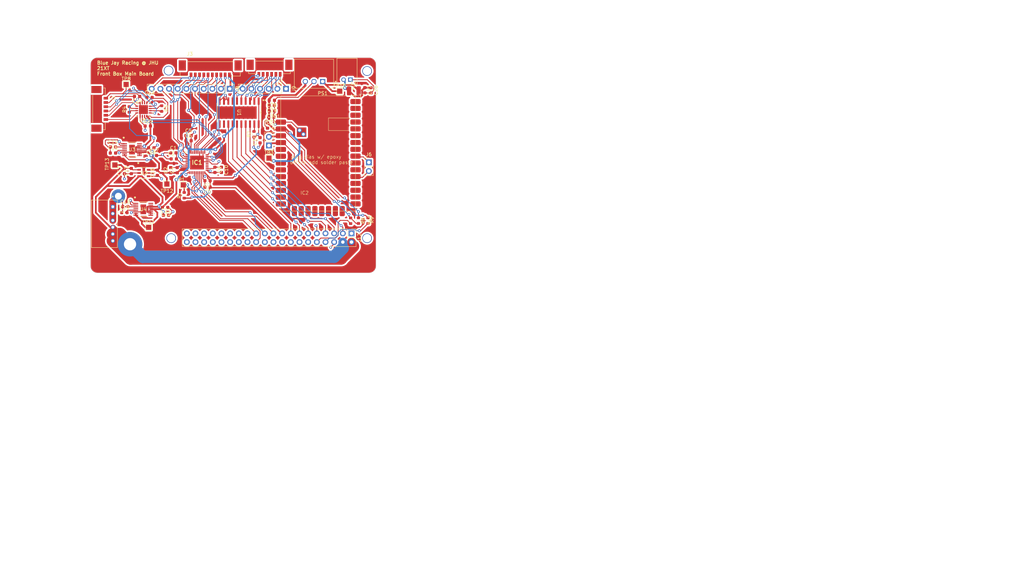
<source format=kicad_pcb>
(kicad_pcb (version 20221018) (generator pcbnew)
  (layers (0 "F.Cu" signal) (1 "In1.Cu" power) (2 "In2.Cu" power) (31 "B.Cu" signal) (34 "B.Paste" user) (35 "F.Paste" user) (36 "B.SilkS" user "B.Silkscreen") (37 "F.SilkS" user "F.Silkscreen") (38 "B.Mask" user) (39 "F.Mask" user) (44 "Edge.Cuts" user))
  (net 0 "")
  (net 1 "GND")
  (net 2 "Net-(IC1-REGCAPA)")
  (net 3 "5VADC")
  (net 4 "5VASupply{slash}Ref")
  (net 5 "3V3")
  (net 6 "Net-(IC1-REGCAPD)")
  (net 7 "5.2V")
  (net 8 "Net-(U3-BYPASS)")
  (net 9 "Net-(U3-NR)")
  (net 10 "Net-(U4-BYPASS)")
  (net 11 "Net-(U4-NR)")
  (net 12 "2.5V")
  (net 13 "5VXbee")
  (net 14 "Net-(D1-A)")
  (net 15 "VOUT")
  (net 16 "ANI16")
  (net 17 "ANI1")
  (net 18 "ANI3")
  (net 22 "DOUT")
  (net 23 "DIN")
  (net 24 "SCLK")
  (net 25 "CS")
  (net 26 "Net-(IC1-~{ERROR})")
  (net 30 "SG1")
  (net 31 "SG2")
  (net 32 "ANI9")
  (net 33 "ANI11")
  (net 34 "ANI13")
  (net 35 "ANI14")
  (net 36 "ANI15")
  (net 59 "Net-(IC2-DIO9{slash}ON{slash}~{SLEEP})")
  (net 62 "Net-(IC2-DIO6{slash}~{RTS})")
  (net 71 "DS6")
  (net 72 "DS5")
  (net 73 "DS4")
  (net 74 "DS3")
  (net 75 "DS2")
  (net 76 "DS1")
  (net 77 "SG1-")
  (net 78 "SG1+")
  (net 79 "SG2-")
  (net 80 "SG2+")
  (net 81 "DO6")
  (net 82 "DO5")
  (net 83 "DO4")
  (net 84 "DO3")
  (net 85 "DO2")
  (net 86 "DO1")
  (net 87 "Net-(PS1-+VIN)")
  (net 88 "Net-(U1-*OE)")
  (net 89 "Net-(U5-RG1__1)")
  (net 90 "Net-(U5-RG1)")
  (net 91 "Net-(U5-RG2__1)")
  (net 92 "Net-(U5-RG2)")
  (net 101 "DOUTXBee")
  (net 102 "DINXBee")
  (net 104 "Net-(J12-Pin_8)")
  (net 105 "Net-(J12-Pin_10)")
  (footprint "TestPoint:TestPoint_Pad_1.5x1.5mm" (layer "F.Cu") (at 159.8676 59.1312)
    (fp_text reference "TP16")
    (fp_text value "TestPoint")
  )
  (footprint "Capacitor_SMD:C_0603_1608Metric" (layer "F.Cu") (at 97.028 92.964)
    (fp_text reference "C18")
    (fp_text value "0.1uF")
  )
  (footprint "21xt_footprints:AD8222ACPZ-R7" (layer "F.Cu") (at 102.362 64.516 180)
    (fp_text reference "U5")
    (fp_text value "AD8222ACPZ-R7")
  )
  (footprint "Resistor_SMD:R_0603_1608Metric" (layer "F.Cu") (at 134.747 71.755 90)
    (fp_text reference "R2")
    (fp_text value "10k" hide)
  )
  (footprint "TestPoint:TestPoint_Pad_1.5x1.5mm" (layer "F.Cu") (at 93.98 80.772)
    (fp_text reference "TP13")
    (fp_text value "TestPoint")
  )
  (footprint "21xt_footprints:2.35mm_mounting_hole" (layer "F.Cu") (at 110.078 56.01)
    (fp_text reference "H3" hide)
    (fp_text value "MountingHole")
  )
  (footprint "Connector_PinHeader_2.54mm:PinHeader_2x20_P2.54mm_Vertical" (layer "F.Cu") (at 163.322 100.838 -90)
    (fp_text reference "J12")
    (fp_text value "Conn_02x20_Odd_Even")
  )
  (footprint "Inductor_SMD:L_1210_3225Metric" (layer "F.Cu") (at 164.0048 59.0042)
    (fp_text reference "L1")
    (fp_text value "3.9uH")
  )
  (footprint "21xt_footprints:TPS78326DDCT" (layer "F.Cu") (at 102.46995 83.123999)
    (fp_text reference "U2")
    (fp_text value "TPS78326DDCT")
  )
  (footprint "Capacitor_SMD:C_0603_1608Metric" (layer "F.Cu") (at 93.4212 77.2668)
    (fp_text reference "C15")
    (fp_text value "0.1uF")
  )
  (footprint "Capacitor_SMD:C_0603_1608Metric" (layer "F.Cu") (at 115.57 73.66)
    (fp_text reference "C6")
    (fp_text value "0.1uF")
  )
  (footprint "Resistor_SMD:R_0603_1608Metric" (layer "F.Cu") (at 114.3 89.662 90)
    (fp_text reference "R1")
    (fp_text value "10k")
  )
  (footprint "Capacitor_SMD:C_0603_1608Metric" (layer "F.Cu") (at 100.497 60.665 180)
    (fp_text reference "C24")
    (fp_text value "0.1uF")
  )
  (footprint "Capacitor_SMD:C_0603_1608Metric" (layer "F.Cu") (at 105.41 77.978)
    (fp_text reference "C17")
    (fp_text value "0.1uF")
  )
  (footprint "21xt_footprints:2.35mm_mounting_hole" (layer "F.Cu") (at 110.84 105.155)
    (fp_text reference "H2" hide)
    (fp_text value "MountingHole")
  )
  (footprint "Capacitor_SMD:C_0603_1608Metric" (layer "F.Cu") (at 98.806 82.55 90)
    (fp_text reference "C13")
    (fp_text value "0.1uF")
  )
  (footprint "TestPoint:TestPoint_Pad_1.5x1.5mm" (layer "F.Cu") (at 114.046 86.614)
    (fp_text reference "TP1")
    (fp_text value "TestPoint")
  )
  (footprint "Resistor_SMD:R_0603_1608Metric" (layer "F.Cu") (at 168.148 97.091 90)
    (fp_text reference "R8")
    (fp_text value "68")
  )
  (footprint "Capacitor_SMD:C_0603_1608Metric" (layer "F.Cu") (at 115.57 72.136)
    (fp_text reference "C5")
    (fp_text value "10uF")
  )
  (footprint "21xt_footprints:LT6658AHMSE-2.5-PBF" (layer "F.Cu") (at 102.3112 93.7768)
    (fp_text reference "U4")
    (fp_text value "LT6658AHMSE-5-PBF")
  )
  (footprint "Capacitor_SMD:C_0603_1608Metric" (layer "F.Cu") (at 139.954 63.2968 180)
    (fp_text reference "C29")
    (fp_text value "10uF")
  )
  (footprint "Diode_SMD:D_0603_1608Metric" (layer "F.Cu") (at 138.7094 69.1896 -90)
    (fp_text reference "D1")
    (fp_text value "D_Schottky")
  )
  (footprint "Resistor_SMD:R_0603_1608Metric" (layer "F.Cu") (at 165.354 97.091 90)
    (fp_text reference "R10")
    (fp_text value "100k")
  )
  (footprint "21xt_footprints:xbee sx 900" (layer "F.Cu") (at 142.595 94.285)
    (fp_text reference "IC2")
    (fp_text value "XBP9X-DMUS-011")
  )
  (footprint "Capacitor_SMD:C_0603_1608Metric" (layer "F.Cu") (at 169.037 58.8772 -90)
    (fp_text reference "C26")
    (fp_text value "10uF")
  )
  (footprint "Capacitor_SMD:C_0603_1608Metric" (layer "F.Cu") (at 106.426 83.058 90)
    (fp_text reference "C16")
    (fp_text value "2.2uF")
  )
  (footprint "Capacitor_SMD:C_0603_1608Metric" (layer "F.Cu") (at 110.344 82.296 90)
    (fp_text reference "C2")
    (fp_text value "10uF")
  )
  (footprint "Capacitor_SMD:C_0603_1608Metric" (layer "F.Cu") (at 136.525 73.52 90)
    (fp_text reference "C11")
    (fp_text value "0.1uF")
  )
  (footprint "Capacitor_SMD:C_0603_1608Metric" (layer "F.Cu") (at 93.4342 75.4888)
    (fp_text reference "C14")
    (fp_text value "0.1uF")
  )
  (footprint "Connector_PinHeader_2.54mm:PinHeader_1x02_P2.54mm_Vertical" (layer "F.Cu") (at 168.402 80.005)
    (fp_text reference "J6")
    (fp_text value "Conn_01x02")
  )
  (footprint "Capacitor_SMD:C_0603_1608Metric" (layer "F.Cu") (at 139.9794 61.7982 180)
    (fp_text reference "C28")
    (fp_text value "0.1")
  )
  (footprint "Capacitor_SMD:C_0603_1608Metric" (layer "F.Cu") (at 125.1992 82.1908 -90)
    (fp_text reference "C10")
    (fp_text value "1uF")
  )
  (footprint "TestPoint:TestPoint_Pad_1.5x1.5mm" (layer "F.Cu") (at 109.22 86.36)
    (fp_text reference "TP12")
    (fp_text value "TestPoint")
  )
  (footprint "Capacitor_SMD:C_0603_1608Metric" (layer "F.Cu") (at 96.774 94.742)
    (fp_text reference "C19")
    (fp_text value "0.1uF")
  )
  (footprint "Capacitor_SMD:C_0603_1608Metric" (layer "F.Cu") (at 108.966 95.504)
    (fp_text reference "C21")
    (fp_text value "0.1uF")
  )
  (footprint "Capacitor_SMD:C_0603_1608Metric" (layer "F.Cu") (at 167.2336 58.8518 -90)
    (fp_text reference "C27")
    (fp_text value "4.7")
  )
  (footprint "Resistor_SMD:R_0603_1608Metric" (layer "F.Cu") (at 98.211 64.475 90)
    (fp_text reference "R4")
    (fp_text value "200")
  )
  (footprint "Capacitor_SMD:C_0603_1608Metric" (layer "F.Cu") (at 108.699 93.218 180)
    (fp_text reference "C22")
    (fp_text value "1uF")
  )
  (footprint "Capacitor_SMD:C_0603_1608Metric" (layer "F.Cu") (at 111.252 78.994)
    (fp_text reference "C3")
    (fp_text value "0.1uF")
  )
  (footprint "21xt_footprints:JST_S2B-PH-K-S_LF__SN_" (layer "F.Cu") (at 162.0012 55.7557 180)
    (fp_text reference "J5")
    (fp_text value "Conn_01x02")
  )
  (footprint "Capacitor_SMD:C_0603_1608Metric" (layer "F.Cu") (at 139.8016 66.7258 180)
    (fp_text reference "C31")
    (fp_text value "8.2pF")
  )
  (footprint "TestPoint:TestPoint_Pad_1.5x1.5mm" (layer "F.Cu") (at 97.282 57.15)
    (fp_text reference "TP8")
    (fp_text value "TestPoint")
  )
  (footprint "Connector_PinHeader_2.54mm:PinHeader_1x06_P2.54mm_Vertical" (layer "F.Cu") (at 144.145 58.42 -90)
    (fp_text reference "J9")
    (fp_text value "Conn_01x06")
  )
  (footprint "21xt_footprints:QFN50P600X600X80-41N-D" (layer "F.Cu") (at 118.0592 80.0608)
    (fp_text reference "IC1")
    (fp_text value "AD7175-8BCPZ-RL7" hide)
  )
  (footprint "Capacitor_SMD:C_0603_1608Metric" (layer "F.Cu") (at 123.2942 82.1908 -90)
    (fp_text reference "C9")
    (fp_text value "0.1uF")
  )
  (footprint "Capacitor_SMD:C_0603_1608Metric" (layer "F.Cu") (at 111.127 77.216)
    (fp_text reference "C1")
    (fp_text value "1uF")
  )
  (footprint "21xt_footprints:CONV_R-78B3.3-1.5" (layer "F.Cu") (at 152.3238 54.0364 180)
    (fp_text reference "PS1")
    (fp_text value "R-78B3.3-1.5L")
  )
  (footprint "Capacitor_SMD:C_0603_1608Metric" (layer "F.Cu") (at 103.632 69.342)
    (fp_text reference "C25")
    (fp_text value "0.1uF")
  )
  (footprint "21xt_footprints:SN74LVC245AN" (layer "F.Cu") (at 130.4036 65.405 -90)
    (fp_text reference "U1")
    (fp_text value "SN74LVC245AN")
  )
  (footprint "Capacitor_SMD:C_0603_1608Metric" (layer "F.Cu") (at 104.648 75.7428 180)
    (fp_text reference "C20")
    (fp_text value "1uF")
  )
  (footprint "Capacitor_SMD:C_0603_1608Metric" (layer "F.Cu") (at 104.14 60.96)
    (fp_text reference "C23")
    (fp_text value "0.1uF")
  )
  (footprint "21xt_footprints:LT6658AHMSE-2.5-PBF" (layer "F.Cu") (at 99.0092 76.2508)
    (fp_text reference "U3")
    (fp_text value "LT6658AHMSE-2.5-PBF")
  )
  (footprint "Capacitor_SMD:C_0603_1608Metric" (layer "F.Cu") (at 112.249 82.296 90)
    (fp_text reference "C4")
    (fp_text value "0.1uF")
  )
  (footprint "Resistor_SMD:R_0603_1608Metric" (layer "F.Cu") (at 107.696 64.221 -90)
    (fp_text reference "R3")
    (fp_text value "200")
  )
  (footprint "Capacitor_SMD:C_0603_1608Metric" (layer "F.Cu") (at 140.0048 64.9478 180)
    (fp_text reference "C30")
    (fp_text value "47pF")
  )
  (footprint "Capacitor_SMD:C_0603_1608Metric" (layer "F.Cu") (at 96.774 82.55 90)
    (fp_text reference "C12")
    (fp_text value "1uF")
  )
  (footprint "TestPoint:TestPoint_Pad_1.5x1.5mm" (layer "F.Cu") (at 103.886 99.06)
    (fp_text reference "TP11")
    (fp_text value "TestPoint")
  )
  (footprint "21xt_footprints:2.35mm_mounting_hole" (layer "F.Cu") (at 168.244 56.137)
    (fp_text reference "H4" hide)
    (fp_text value "MountingHole")
  )
  (footprint "21xt_footprints:MOLEX_533981071 (1x10)" (layer "F.Cu") (at 121.92 52.578)
    (fp_text reference "J3")
    (fp_text value "Conn_01x10")
  )
  (footprint "TestPoint:TestPoint_Pad_1.5x1.5mm" (layer "F.Cu") (at 139.1412 78.7654)
    (fp_text reference "TP3")
    (fp_text value "TestPoint")
  )
  (footprint "21xt_footprints:JST_S6B-PH-K-S_LF__SN_(1x6)" (layer "F.Cu") (at 93.382 98.0235 -90)
    (fp_text reference "J7")
    (fp_text value "Conn_01x06")
  )
  (footprint "Connector_PinHeader_2.54mm:PinHeader_1x02_P2.54mm_Vertical" (layer "F.Cu") (at 139.1158 75.057 180)
    (fp_text reference "J4")
    (fp_text value "Conn_01x02" hide)
  )
  (footprint "Capacitor_SMD:C_0603_1608Metric" (layer "F.Cu") (at 121.1352 85.3658 180)
    (fp_text reference "C7")
    (fp_text value "0.1uF")
  )
  (footprint "21xt_footprints:2.35mm_mounting_hole" (layer "F.Cu") (at 168.244 105.159)
    (fp_text reference "H1" hide)
    (fp_text value "MountingHole")
  )
  (footprint "Resistor_SMD:R_0603_1608Metric" (layer "F.Cu") (at 163.068 97.1296 -90)
    (fp_text reference "R9")
    (fp_text value "68")
  )
  (footprint "Capacitor_SMD:C_0603_1608Metric" (layer "F.Cu") (at 121.1352 87.2708 180)
    (fp_text reference "C8")
    (fp_text value "10uF")
  )
  (footprint "Connector_PinHeader_2.54mm:PinHeader_1x10_P2.54mm_Vertical" (layer "F.Cu") (at 127.635 58.42 -90)
    (fp_text reference "J8")
    (fp_text value "Conn_01x10")
  )
  (footprint "21xt_footprints:MOLEX_0533980671 (1x6)" (layer "F.Cu") (at 139.2936 53.4901 180)
    (fp_text reference "J2")
    (fp_text value "Conn_01x06")
  )
  (footprint "21xt_footprints:MOLEX_0533980671 (1x6)" (layer "F.Cu") (at 90.6884 64.3082 -90)
    (fp_text reference "J1")
    (fp_text value "Conn_01x06")
  )
  (gr_arc (start 86.868 51.3014) (mid 87.453786 49.887186) (end 88.868 49.3014) (stroke (width 0.1)) (layer "Edge.Cuts"))
  (gr_arc (start 88.868 112.395) (mid 87.453786 111.809214) (end 86.868 110.395) (stroke (width 0.1)) (layer "Edge.Cuts"))
  (gr_arc (start 168.4848 49.3014) (mid 169.899014 49.887186) (end 170.4848 51.3014) (stroke (width 0.1)) (layer "Edge.Cuts"))
  (gr_line (start 168.4848 112.395) (end 88.868 112.395) (stroke (width 0.1)) (layer "Edge.Cuts"))
  (gr_line (start 86.868 110.395) (end 86.868 51.3014) (stroke (width 0.1)) (layer "Edge.Cuts"))
  (gr_line (start 170.4848 51.3014) (end 170.4848 110.395) (stroke (width 0.1)) (layer "Edge.Cuts"))
  (gr_line (start 88.868 49.3014) (end 168.4848 49.3014) (stroke (width 0.1)) (layer "Edge.Cuts"))
  (gr_arc (start 170.4848 110.395) (mid 169.899014 111.809214) (end 168.4848 112.395) (stroke (width 0.1)) (layer "Edge.Cuts"))
  (gr_text "Blue Jay Racing @ JHU\n21XT\nFront Box Main Board" (at 88.646 54.61) (layer "F.SilkS") (effects (font (size 1 1) (thickness 0.2) bold) (justify left bottom)))
  (segment (start 124.46 80.01) (end 124.46 79.756) (width 0.25) (layer "F.Cu") (net 1))
  (segment (start 99.4664 58.2285) (end 100.6529 59.415) (width 0.25) (layer "F.Cu") (net 1))
  (segment (start 115.3632 83.0108) (end 114.808 83.566) (width 0.25) (layer "F.Cu") (net 1))
  (segment (start 116.345 72.123) (end 117.348 71.12) (width 0.25) (layer "F.Cu") (net 1))
  (segment (start 105.6132 75.7428) (end 106.426 74.93) (width 0.25) (layer "F.Cu") (net 1))
  (segment (start 100.6529 59.415) (end 100.658396 59.415) (width 0.25) (layer "F.Cu") (net 1))
  (segment (start 95.836798 74.500798) (end 95.25 73.914) (width 0.25) (layer "F.Cu") (net 1))
  (segment (start 95.5748 75.0008) (end 95.25 74.676) (width 0.25) (layer "F.Cu") (net 1))
  (segment (start 101.387 63.541) (end 102.362 64.516) (width 0.25) (layer "F.Cu") (net 1))
  (segment (start 109.728 93.218) (end 110.998 94.488) (width 0.25) (layer "F.Cu") (net 1))
  (segment (start 98.8768 92.5268) (end 98.552 92.202) (width 0.25) (layer "F.Cu") (net 1))
  (segment (start 158.242 103.886) (end 157.226 104.902) (width 0.25) (layer "F.Cu") (net 1))
  (segment (start 99.030502 94.526798) (end 98.806 94.7513) (width 0.25) (layer "F.Cu") (net 1))
  (segment (start 126.295 54.328) (end 126.295 55.175) (width 0.25) (layer "F.Cu") (net 1))
  (segment (start 96.253 92.964) (end 96.253 94.488) (width 0.25) (layer "F.Cu") (net 1))
  (segment (start 121.0092 77.8108) (end 121.110798 77.8108) (width 0.25) (layer "F.Cu") (net 1))
  (segment (start 106.426 83.833) (end 106.693 83.833) (width 0.25) (layer "F.Cu") (net 1))
  (segment (start 101.561202 94.526798) (end 102.3112 93.7768) (width 0.25) (layer "F.Cu") (net 1))
  (segment (start 92.6462 75.5018) (end 92.6592 75.4888) (width 0.25) (layer "F.Cu") (net 1))
  (segment (start 115.1092 79.3108) (end 115.1342 79.2858) (width 0.25) (layer "F.Cu") (net 1))
  (segment (start 106.185 77.978) (end 107.696 77.978) (width 0.25) (layer "F.Cu") (net 1))
  (segment (start 118.8092 79.3108) (end 118.0592 80.0608) (width 0.25) (layer "F.Cu") (net 1))
  (segment (start 91.9988 75.4888) (end 91.186 74.676) (width 0.25) (layer "F.Cu") (net 1))
  (segment (start 121.0092 79.8108) (end 121.7342 79.8108) (width 0.25) (layer "F.Cu") (net 1))
  (segment (start 93.382 97.0235) (end 93.382 93.0235) (width 2) (layer "F.Cu") (net 1))
  (segment (start 100.417 62.571) (end 99.568 61.722) (width 0.25) (layer "F.Cu") (net 1))
  (segment (start 101.387 66.461) (end 101.387 65.491) (width 0.25) (layer "F.Cu") (net 1))
  (segment (start 126.295 55.175) (end 126.365 55.245) (width 0.25) (layer "F.Cu") (net 1))
  (segment (start 102.87 70.612) (end 102.87 69.355) (width 0.25) (layer "F.Cu") (net 1))
  (segment (start 100.1268 92.026798) (end 99.392798 92.026798) (width 0.25) (layer "F.Cu") (net 1))
  (segment (start 96.774 84.836) (end 96.774 83.325) (width 0.25) (layer "F.Cu") (net 1))
  (segment (start 96.8248 77.000798) (end 98.259202 77.000798) (width 0.25) (layer "F.Cu") (net 1))
  (segment (start 153.162 100.838) (end 153.162 98.806) (width 0.25) (layer "F.Cu") (net 1))
  (segment (start 143.264 68.834) (end 142.635 68.205) (width 0.25) (layer "F.Cu") (net 1))
  (segment (start 152.3238 56.2864) (end 147.6502 60.96) (width 0.25) (layer "F.Cu") (net 1))
  (segment (start 121.7342 79.8108) (end 122.4414 80.518) (width 0.25) (layer "F.Cu") (net 1))
  (segment (start 109.982 95.504) (end 110.998 94.488) (width 0.25) (layer "F.Cu") (net 1))
  (segment (start 96.253 91.173) (end 94.996 89.916) (width 0.25) (layer "F.Cu") (net 1))
  (segment (start 126.365 57.15) (end 125.095 58.42) (width 0.25) (layer "F.Cu") (net 1))
  (segment (start 114.3842 78.3108) (end 115.1705 78.3108) (width 0.25) (layer "F.Cu") (net 1))
  (segment (start 118.8092 77.1108) (end 118.8092 79.3108) (width 0.25) (layer "F.Cu") (net 1))
  (segment (start 98.552 92.202) (end 98.552 91.186) (width 0.25) (layer "F.Cu") (net 1))
  (segment (start 113.226233 81.143843) (end 113.39319 81.3108) (width 0.25) (layer "F.Cu") (net 1))
  (segment (start 92.299 62.4886) (end 94.1226 60.665) (width 0.25) (layer "F.Cu") (net 1))
  (segment (start 119.3092 78.8108) (end 118.0592 80.0608) (width 0.25) (layer "F.Cu") (net 1))
  (segment (start 113.8949 77.6211) (end 113.8949 77.8215) (width 0.25) (layer "F.Cu") (net 1))
  (segment (start 142.82753 68.4014) (end 141.3124 68.4014) (width 0.25) (layer "F.Cu") (net 1))
  (segment (start 108.458 77.216) (end 107.95 77.724) (width 0.25) (layer "F.Cu") (net 1))
  (segment (start 101.387 65.491) (end 102.362 64.516) (width 0.25) (layer "F.Cu") (net 1))
  (segment (start 169.037 59.6522) (end 167.259 59.6522) (width 0.25) (layer "F.Cu") (net 1))
  (segment (start 94.742 73.406) (end 95.25 73.914) (width 0.25) (layer "F.Cu") (net 1))
  (segment (start 163.0012 55.7557) (end 167.943317 55.7557) (width 0.25) (layer "F.Cu") (net 1))
  (segment (start 136.525 75.034851) (end 136.525 74.295) (width 0.25) (layer "F.Cu") (net 1))
  (segment (start 126.365 60.325) (end 126.6036 60.0864) (width 0.25) (layer "F.Cu") (net 1))
  (segment (start 124.6886 62.0014) (end 124.6886 62.0268) (width 0.25) (layer "F.Cu") (net 1))
  (segment (start 100.1268 94.526798) (end 101.561202 94.526798) (width 0.25) (layer "F.Cu") (net 1))
  (segment (start 93.382 91.53) (end 93.382 93.0235) (width 2) (layer "F.Cu") (net 1))
  (segment (start 102.095 59.69) (end 103.365 60.96) (width 0.25) (layer "F.Cu") (net 1))
  (segment (start 96.253 94.488) (end 95.999 94.742) (width 0.25) (layer "F.Cu") (net 1))
  (segment (start 100.1268 92.5268) (end 98.8768 92.5268) (width 0.25) (layer "F.Cu") (net 1))
  (segment (start 126.365 55.245) (end 126.365 57.15) (width 0.25) (layer "F.Cu") (net 1))
  (segment (start 91.186 73.66) (end 91.44 73.406) (width 0.25) (layer "F.Cu") (net 1))
  (segment (start 113.39319 81.3108) (end 115.1092 81.3108) (width 0.25) (layer "F.Cu") (net 1))
  (segment (start 119.8092 83.0108) (end 119.8092 84.8148) (width 0.25) (layer "F.Cu") (net 1))
  (segment (start 109.22 78.994) (end 107.95 77.724) (width 0.25) (layer "F.Cu") (net 1))
  (segment (start 135.994851 75.565) (end 136.525 75.034851) (width 0.25) (layer "F.Cu") (net 1))
  (segment (start 100.658396 59.415) (end 100.933396 59.69) (width 0.25) (layer "F.Cu") (net 1))
  (segment (start 117.2842 79.2858) (end 118.0592 80.0608) (width 0.25) (layer "F.Cu") (net 1))
  (segment (start 148.105 70.595) (end 145.715 68.205) (width 0.25) (layer "F.Cu") (net 1))
  (segment (start 119.8092 83.0108) (end 119.8092 83.7358) (width 0.25) (layer "F.Cu") (net 1))
  (segment (start 121.0092 82.3108) (end 121.0092 82.4012) (width 0.25) (layer "F.Cu") (net 1))
  (segment (start 110.477 78.994) (end 109.22 78.994) (width 0.25) (layer "F.Cu") (net 1))
  (segment (start 113.226233 81.143843) (end 112.626157 81.143843) (width 0.25) (layer "F.Cu") (net 1))
  (segment (start 115.1342 79.2858) (end 117.2842 79.2858) (width 0.25) (layer "F.Cu") (net 1))
  (segment (start 126.619 60.579) (end 126.619 61.3664) (width 0.25) (layer "F.Cu") (net 1))
  (segment (start 140.475 65.786) (end 140.475 67.564) (width 0.25) (layer "F.Cu") (net 1))
  (segment (start 101.092 83.123999) (end 99.007001 83.123999) (width 0.25) (layer "F.Cu") (net 1))
  (segment (start 167.259 59.6522) (end 167.2336 59.6268) (width 0.25) (layer "F.Cu") (net 1))
  (segment (start 126.619 61.3664) (end 125.9586 62.0268) (width 0.25) (layer "F.Cu") (net 1))
  (segment (start 101.387 66.461) (end 101.387 67.872) (width 0.25) (layer "F.Cu") (net 1))
  (segment (start 95.728502 77.000798) (end 95.504 77.2253) (width 0.25) (layer "F.Cu") (net 1))
  (segment (start 99.568 60.819) (end 99.722 60.665) (width 0.25) (layer "F.Cu") (net 1))
  (segment (start 94.1226 60.665) (end 99.722 60.665) (width 0.25) (layer "F.Cu") (net 1))
  (segment (start 116.3092 77.1108) (end 116.3092 73.6958) (width 0.25) (layer "F.Cu") (net 1))
  (segment (start 147.6502 60.96) (end 141.605 60.96) (width 0.25) (layer "F.Cu") (net 1))
  (segment (start 121.110798 77.8108) (end 121.939799 76.981799) (width 0.25) (layer "F.Cu") (net 1))
  (segment (start 126.365 60.325) (end 124.6886 62.0014) (width 0.25) (layer "F.Cu") (net 1))
  (segment (start 90.8939 62.4886) (end 92.299 62.4886) (width 0.25) (layer "F.Cu") (net 1))
  (segment (start 113.9562 77.8215) (end 114.0953 77.8215) (width 0.25) (layer "F.Cu") (net 1))
  (segment (start 119.8092 78.3108) (end 118.0592 80.0608) (width 0.25) (layer "F.Cu") (net 1))
  (segment (start 109.474 93.218) (end 109.728 93.218) (width 0.25) (layer "F.Cu") (net 1))
  (segment (start 116.345 73.66) (end 116.345 72.136) (width 0.25) (layer "F.Cu") (net 1))
  (segment (start 100.1268 94.526798) (end 99.030502 94.526798) (width 0.25) (layer "F.Cu") (net 1))
  (segment (start 101.387 62.571) (end 100.417 62.571) (width 0.25) (layer "F.Cu") (net 1))
  (segment (start 105.423 75.7428) (end 105.6132 75.7428) (width 0.25) (layer "F.Cu") (net 1))
  (segment (start 101.387 62.571) (end 101.387 63.541) (width 0.25) (layer "F.Cu") (net 1))
  (segment (start 96.8248 74.500798) (end 95.836798 74.500798) (width 0.25) (layer "F.Cu") (net 1))
  (segment (start 169.837 57.649383) (end 169.837 58.8522) (width 0.25) (layer "F.Cu") (net 1))
  (segment (start 140.729 61.836) (end 140.729 65.532) (width 0.25) (layer "F.Cu") (net 1))
  (segment (start 119.8092 77.1108) (end 119.8092 78.3108) (width 0.25) (layer "F.Cu") (net 1))
  (segment (start 121.0092 78.8108) (end 119.3092 78.8108) (width 0.25) (layer "F.Cu") (net 1))
  (segment (start 101.387 67.872) (end 102.857 69.342) (width 0.25) (layer "F.Cu") (net 1))
  (segment (start 96.8248 75.0008) (end 95.5748 75.0008) (width 0.25) (layer "F.Cu") (net 1))
  (segment (start 91.44 73.406) (end 94.742 73.406) (width 0.25) (layer "F.Cu") (net 1))
  (segment (start 115.8092 83.0108) (end 115.3632 83.0108) (width 0.25) (layer "F.Cu") (net 1))
  (segment (start 107.696 77.978) (end 107.95 77.724) (width 0.25) (layer "F.Cu") (net 1))
  (segment (start 140.475 68.3898) (end 140.475 67.564) (width 0.25) (layer "F.Cu") (net 1))
  (segment (start 110.344 81.521) (end 112.249 81.521) (width 0.25) (layer "F.Cu") (net 1))
  (segment (start 121.666 83.058) (end 123.202 83.058) (width 0.25) (layer "F.Cu") (net 1))
  (segment (start 99.568 61.722) (end 99.568 60.819) (width 0.25) (layer "F.Cu") (net 1))
  (segment (start 106.693 83.833) (end 107.696 84.836) (width 0.25) (layer "F.Cu") (net 1))
  (segment (start 110.352 77.216) (end 108.458 77.216) (width 0.25) (layer "F.Cu") (net 1))
  (segment (start 96.8248 77.000798) (end 95.728502 77.000798) (width 0.25) (layer "F.Cu") (net 1))
  (segment (start 126.365 60.325) (end 126.619 60.579) (width 0.25) (layer "F.Cu") (net 1))
  (segment (start 123.952 80.518) (end 124.46 80.01) (width 0.25) (layer "F.Cu") (net 1))
  (segment (start 120.3602 87.2708) (end 120.3602 85.3658) (width 0.25) (layer "F.Cu") (net 1))
  (segment (start 91.186 74.676) (end 91.186 73.66) (width 0.25) (layer "F.Cu") (net 1))
  (segment (start 123.202 83.058) (end 123.2942 82.9658) (width 0.25) (layer "F.Cu") (net 1))
  (segment (start 120.396 84.074) (end 120.371901 84.098099) (width 0.25) (layer "F.Cu") (net 1))
  (segment (start 116.345 72.136) (end 116.345 72.123) (width 0.25) (layer "F.Cu") (net 1))
  (segment (start 121.703139 82.3108) (end 121.927639 82.5353) (width 0.25) (layer "F.Cu") (net 1))
  (segment (start 119.8092 83.7358) (end 120.1474 84.074) (width 0.25) (layer "F.Cu") (net 1))
  (segment (start 121.0092 79.8108) (end 118.3092 79.8108) (width 0.25) (layer "F.Cu") (net 1))
  (segment (start 141.605 60.96) (end 140.729 61.836) (width 0.25) (layer "F.Cu") (net 1))
  (segment (start 126.619 61.4172) (end 127.2286 62.0268) (width 0.25) (layer "F.Cu") (net 1))
  (segment (start 100.933396 59.69) (end 102.095 59.69) (width 0.25) (layer "F.Cu") (net 1))
  (segment (start 113.8949 77.8215) (end 114.3842 78.3108) (width 0.25) (layer "F.Cu") (net 1))
  (segment (start 167.943317 55.7557) (end 169.837 57.649383) (width 0.25) (layer "F.Cu") (net 1))
  (segment (start 120.1474 84.074) (end 120.396 84.074) (width 0.25) (layer "F.Cu") (net 1))
  (segment (start 158.242 103.378) (end 158.242 103.886) (width 0.25) (layer "F.Cu") (net 1))
  (segment (start 126.619 60.579) (end 126.619 61.4172) (width 0.25) (layer "F.Cu") (net 1))
  (segment (start 112.626157 81.143843) (end 112.249 81.521) (width 0.25) (layer "F.Cu") (net 1))
  (segment (start 99.007001 83.123999) (end 98.806 83.325) (width 0.25) (layer "F.Cu") (net 1))
  (segment (start 140.97 68.8848) (end 140.475 68.3898) (width 0.25) (layer "F.Cu") (net 1))
  (segment (start 116.3092 73.6958) (end 116.345 73.66) (width 0.25) (layer "F.Cu") (net 1))
  (segment (start 122.4414 80.518) (end 123.952 80.518) (width 0.25) (layer "F.Cu") (net 1))
  (segment (start 96.253 92.964) (end 96.253 91.173) (width 0.25) (layer "F.Cu") (net 1))
  (segment (start 153.162 98.806) (end 152.908 98.552) (width 0.25) (layer "F.Cu") (net 1))
  (segment (start 140.729 65.532) (end 140.475 65.786) (width 0.25) (layer "F.Cu") (net 1))
  (segment (start 95.25 74.676) (end 95.25 73.914) (width 0.25) (layer "F.Cu") (net 1))
  (segment (start 121.0092 82.4012) (end 121.666 83.058) (width 0.25) (layer "F.Cu") (net 1))
  (segment (start 92.6592 75.4888) (end 91.9988 75.4888) (width 0.25) (layer "F.Cu") (net 1))
  (segment (start 109.741 95.504) (end 109.982 95.504) (width 0.25) (layer "F.Cu") (net 1))
  (segment (start 98.806 83.325) (end 96.774 83.325) (width 0.25) (layer "F.Cu") (net 1))
  (segment (start 119.8092 84.8148) (end 120.3602 85.3658) (width 0.25) (layer "F.Cu") (net 1))
  (segment (start 169.837 58.8522) (end 169.037 59.6522) (width 0.25) (layer "F.Cu") (net 1))
  (segment (start 145.715 68.205) (end 142.635 68.205) (width 0.25) (layer "F.Cu") (net 1))
  (segment (start 125.1992 82.9658) (end 123.2942 82.9658) (width 0.25) (layer "F.Cu") (net 1))
  (segment (start 118.3092 79.8108) (end 118.0592 80.0608) (width 0.25) (layer "F.Cu") (net 1))
  (segment (start 103.8479 84.074) (end 106.185 84.074) (width 0.25) (layer "F.Cu") (net 1))
  (segment (start 121.0092 82.3108) (end 121.703139 82.3108) (width 0.25) (layer "F.Cu") (net 1))
  (segment (start 98.259202 77.000798) (end 99.0092 76.2508) (width 0.25) (layer "F.Cu") (net 1))
  (segment (start 92.6462 77.2668) (end 92.6462 75.5018) (width 0.25) (layer "F.Cu") (net 1))
  (segment (start 102.87 69.355) (end 102.857 69.342) (width 0.25) (layer "F.Cu") (net 1))
  (segment (start 106.185 84.074) (end 106.426 83.833) (width 0.25) (layer "F.Cu") (net 1))
  (segment (start 99.392798 92.026798) (end 98.552 91.186) (width 0.25) (layer "F.Cu") (net 1))
  (segment (start 141.3124 68.4014) (end 140.475 67.564) (width 0.25) (layer "F.Cu") (net 1))
  (segment (start 94.996 89.916) (end 93.382 91.53) (width 2) (layer "F.Cu") (net 1))
  (via (at 126.365 55.245) (size 0.8) (drill 0.4) (layers "F.Cu" "B.Cu") (net 1))
  (via (at 110.998 94.488) (size 0.8) (drill 0.4) (layers "F.Cu" "B.Cu") (net 1))
  (via (at 120.371901 84.098099) (size 0.8) (drill 0.4) (layers "F.Cu" "B.Cu") (net 1))
  (via (at 121.927639 82.5353) (size 0.8) (drill 0.4) (layers "F.Cu" "B.Cu") (net 1))
  (via (at 98.806 94.7513) (size 0.8) (drill 0.4) (layers "F.Cu" "B.Cu") (net 1))
  (via (at 152.908 98.552) (size 0.8) (drill 0.4) (layers "F.Cu" "B.Cu") (net 1))
  (via (at 98.552 91.186) (size 0.8) (drill 0.4) (layers "F.Cu" "B.Cu") (net 1))
  (via (at 126.365 60.325) (size 0.8) (drill 0.4) (layers "F.Cu" "B.Cu") (net 1))
  (via (at 124.46 79.756) (size 0.8) (drill 0.4) (layers "F.Cu" "B.Cu") (net 1))
  (via (at 114.808 83.566) (size 0.8) (drill 0.4) (layers "F.Cu" "B.Cu") (net 1))
  (via (at 135.994851 75.565) (size 0.8) (drill 0.4) (layers "F.Cu" "B.Cu") (net 1))
  (via (at 121.939799 76.981799) (size 0.8) (drill 0.4) (layers "F.Cu" "B.Cu") (net 1))
  (via (at 95.25 77.216) (size 0.8) (drill 0.4) (layers "F.Cu" "B.Cu") (net 1))
  (via (at 140.97 68.8848) (size 0.8) (drill 0.4) (layers "F.Cu" "B.Cu") (net 1))
  (via (at 102.87 70.612) (size 0.8) (drill 0.4) (layers "F.Cu" "B.Cu") (net 1))
  (via (at 157.226 104.902) (size 0.8) (drill 0.4) (layers "F.Cu" "B.Cu") (net 1))
  (via (at 113.8949 77.6211) (size 0.8) (drill 0.4) (layers "F.Cu" "B.Cu") (net 1))
  (via (at 95.25 73.914) (size 0.8) (drill 0.4) (layers "F.Cu" "B.Cu") (net 1))
  (via (at 99.4664 58.2285) (size 0.8) (drill 0.4) (layers "F.Cu" "B.Cu") (net 1))
  (via (at 106.426 74.93) (size 0.8) (drill 0.4) (layers "F.Cu" "B.Cu") (net 1))
  (via (at 107.696 84.836) (size 0.8) (drill 0.4) (layers "F.Cu" "B.Cu") (net 1))
  (via (at 113.226233 81.143843) (size 0.8) (drill 0.4) (layers "F.Cu" "B.Cu") (net 1))
  (via (at 117.348 71.12) (size 0.8) (drill 0.4) (layers "F.Cu" "B.Cu") (net 1))
  (via (at 96.774 84.836) (size 0.8) (drill 0.4) (layers "F.Cu" "B.Cu") (net 1))
  (via (at 94.996 89.916) (size 4) (drill 2) (layers "F.Cu" "B.Cu") (net 1))
  (via (at 107.95 77.724) (size 0.8) (drill 0.4) (layers "F.Cu" "B.Cu") (net 1))
  (segment (start 113.918495 80.8108) (end 112.101695 78.994) (width 0.25) (layer "F.Cu") (net 2))
  (segment (start 112.027 77.341) (end 111.902 77.216) (width 0.25) (layer "F.Cu") (net 2))
  (segment (start 115.1092 80.8108) (end 113.918495 80.8108) (width 0.25) (layer "F.Cu") (net 2))
  (segment (start 112.027 78.994) (end 112.027 77.341) (width 0.25) (layer "F.Cu") (net 2))
  (segment (start 112.101695 78.994) (end 112.027 78.994) (width 0.25) (layer "F.Cu") (net 2))
  (segment (start 102.693602 76.962) (end 103.619 76.962) (width 0.5) (layer "F.Cu") (net 3))
  (segment (start 100.205401 77.000801) (end 101.1936 77.000801) (width 0.5) (layer "F.Cu") (net 3))
  (segment (start 115.1092 81.8108) (end 113.5092 81.8108) (width 0.5) (layer "F.Cu") (net 3))
  (segment (start 106.426 82.283) (end 106.934 81.775) (width 0.5) (layer "F.Cu") (net 3))
  (segment (start 109.474 65.532) (end 109.474 62.484) (width 0.25) (layer "F.Cu") (net 3))
  (segment (start 100.1701 76.9655) (end 100.205401 77.000801) (width 0.25) (layer "F.Cu") (net 3))
  (segment (start 104.407 67.531) (end 104.407 69.342) (width 0.5) (layer "F.Cu") (net 3))
  (segment (start 101.1936 78.000802) (end 101.1936 77.000801) (width 0.25) (layer "F.Cu") (net 3))
  (segment (start 103.337 62.525) (end 104.902 60.96) (width 0.25) (layer "F.Cu") (net 3))
  (segment (start 106.934 80.277) (end 104.635 77.978) (width 0.5) (layer "F.Cu") (net 3))
  (segment (start 109.22 86.36) (end 109.22 84.595) (width 0.5) (layer "F.Cu") (net 3))
  (segment (start 103.337 66.461) (end 104.353188 66.461) (width 0.25) (layer "F.Cu") (net 3))
  (segment (start 100.1701 75.575802) (end 100.1701 76.9655) (width 0.5) (layer "F.Cu") (net 3))
  (segment (start 102.654801 77.000801) (end 102.693602 76.962) (width 0.25) (layer "F.Cu") (net 3))
  (segment (start 109.22 84.595) (end 107.696 83.071) (width 0.5) (layer "F.Cu") (net 3))
  (segment (start 104.353188 66.461) (end 104.694188 66.802) (width 0.25) (layer "F.Cu") (net 3))
  (segment (start 113.5092 81.8108) (end 113.0092 82.3108) (width 0.5) (layer "F.Cu") (net 3))
  (segment (start 104.684637 77.978) (end 104.635 77.978) (width 0.25) (layer "F.Cu") (net 3))
  (segment (start 107.214 83.071) (end 107.696 83.071) (width 0.5) (layer "F.Cu") (net 3))
  (segment (start 107.696 83.071) (end 110.344 83.071) (width 0.5) (layer "F.Cu") (net 3))
  (segment (start 106.316998 82.173998) (end 106.426 82.283) (width 0.25) (layer "F.Cu") (net 3))
  (segment (start 104.407 73.489481) (end 104.407 69.342) (width 0.5) (layer "F.Cu") (net 3))
  (segment (start 104.902 60.96) (end 104.915 60.96) (width 0.25) (layer "F.Cu") (net 3))
  (segment (start 108.204 61.214) (end 104.869 61.214) (width 0.25) (layer "F.Cu") (net 3))
  (segment (start 101.1936 77.000801) (end 102.654801 77.000801) (width 0.5) (layer "F.Cu") (net 3))
  (segment (start 106.426 82.283) (end 107.214 83.071) (width 0.5) (layer "F.Cu") (net 3))
  (segment (start 103.337 66.461) (end 104.407 67.531) (width 0.5) (layer "F.Cu") (net 3))
  (segment (start 100.2451 75.500802) (end 100.1701 75.575802) (width 0.25) (layer "F.Cu") (net 3))
  (segment (start 101.1936 75.500802) (end 100.2451 75.500802) (width 0.5) (layer "F.Cu") (net 3))
  (segment (start 109.474 62.484) (end 108.204 61.214) (width 0.25) (layer "F.Cu") (net 3))
  (segment (start 104.694188 66.802) (end 108.204 66.802) (width 0.25) (layer "F.Cu") (net 3))
  (segment (start 106.934 81.775) (end 106.934 80.277) (width 0.5) (layer "F.Cu") (net 3))
  (segment (start 108.204 66.802) (end 109.474 65.532) (width 0.25) (layer "F.Cu") (net 3))
  (segment (start 101.1936 75.500802) (end 102.395679 75.500802) (width 0.25) (layer "F.Cu") (net 3))
  (segment (start 112.249 83.071) (end 110.344 83.071) (width 0.5) (layer "F.Cu") (net 3))
  (segment (start 112.249 83.071) (end 113.0092 82.3108) (width 0.5) (layer "F.Cu") (net 3))
  (segment (start 103.8479 82.173998) (end 106.316998 82.173998) (width 0.5) (layer "F.Cu") (net 3))
  (segment (start 113.0092 82.3108) (end 115.1092 82.3108) (width 0.5) (layer "F.Cu") (net 3))
  (segment (start 103.337 62.571) (end 103.337 62.525) (width 0.25) (layer "F.Cu") (net 3))
  (segment (start 102.395679 75.500802) (end 102.620181 75.2763) (width 0.25) (layer "F.Cu") (net 3))
  (segment (start 103.619 76.962) (end 104.635 77.978) (width 0.5) (layer "F.Cu") (net 3))
  (segment (start 102.620181 75.2763) (end 104.407 73.489481) (width 0.5) (layer "F.Cu") (net 3))
  (via (at 102.620181 75.2763) (size 1) (drill 0.5) (layers "F.Cu" "B.Cu") (net 3))
  (via (at 104.635 77.978) (size 1) (drill 0.5) (layers "F.Cu" "B.Cu") (net 3))
  (segment (start 102.926002 99.06) (end 101.882001 98.015999) (width 0.5) (layer "F.Cu") (net 4))
  (segment (start 104.648 93.726) (end 107.416 93.726) (width 0.5) (layer "F.Cu") (net 4))
  (segment (start 103.886 99.06) (end 102.926002 99.06) (width 0.5) (layer "F.Cu") (net 4))
  (segment (start 127.545 55.335) (end 127.545 54.328) (width 0.5) (layer "F.Cu") (net 4))
  (segment (start 107.6152 93.5268) (end 107.924 93.218) (width 0.25) (layer "F.Cu") (net 4))
  (segment (start 114.795 75.425) (end 114.795 73.66) (width 0.5) (layer "F.Cu") (net 4))
  (segment (start 115.8092 77.1108) (end 115.8092 76.4392) (width 0.5) (layer "F.Cu") (net 4))
  (segment (start 111.48 89.662) (end 107.924 93.218) (width 0.5) (layer "F.Cu") (net 4))
  (segment (start 115.58507 75.442797) (end 115.58507 74.45007) (width 0.5) (layer "F.Cu") (net 4))
  (segment (start 106.426 96.012) (end 106.426 94.742) (width 0.5) (layer "F.Cu") (net 4))
  (segment (start 105.156 97.282) (end 106.426 96.012) (width 0.5) (layer "F.Cu") (net 4))
  (segment (start 101.882001 97.282) (end 105.156 97.282) (width 0.5) (layer "F.Cu") (net 4))
  (segment (start 127.829 54.4382) (end 127.8536 54.4628) (width 0.5) (layer "F.Cu") (net 4))
  (segment (start 115.58507 74.45007) (end 114.795 73.66) (width 0.5) (layer "F.Cu") (net 4))
  (segment (start 101.882001 98.015999) (end 101.882001 97.282) (width 0.5) (layer "F.Cu") (net 4))
  (segment (start 111.506 89.662) (end 111.48 89.662) (width 0.5) (layer "F.Cu") (net 4))
  (segment (start 125.984 72.39) (end 125.984 73.66) (width 0.5) (layer "F.Cu") (net 4))
  (segment (start 105.410802 93.726802) (end 105.156 93.726802) (width 0.5) (layer "F.Cu") (net 4))
  (segment (start 104.4956 94.0268) (end 104.4956 93.5268) (width 0.3) (layer "F.Cu") (net 4))
  (segment (start 112.014 89.154) (end 112.014 85.09) (width 0.5) (layer "F.Cu") (net 4))
  (segment (start 127.508 55.372) (end 127.545 55.335) (width 0.5) (layer "F.Cu") (net 4))
  (segment (start 107.416 93.726) (end 107.924 93.218) (width 0.5) (layer "F.Cu") (net 4))
  (segment (start 115.8092 76.4392) (end 114.795 75.425) (width 0.5) (layer "F.Cu") (net 4))
  (segment (start 100.1268 95.0268) (end 100.1268 95.526799) (width 0.5) (layer "F.Cu") (net 4))
  (segment (start 114.795 73.66) (end 114.795 72.136) (width 0.5) (layer "F.Cu") (net 4))
  (segment (start 101.882001 97.282) (end 100.1268 95.526799) (width 0.5) (layer "F.Cu") (net 4))
  (segment (start 127.8536 54.4628) (end 127.8536 58.2014) (width 0.5) (layer "F.Cu") (net 4))
  (segment (start 127.8536 58.2014) (end 127.635 58.42) (width 0.5) (layer "F.Cu") (net 4))
  (segment (start 111.506 89.662) (end 112.014 89.154) (width 0.5) (layer "F.Cu") (net 4))
  (segment (start 106.426 94.742) (end 105.410802 93.726802) (width 0.5) (layer "F.Cu") (net 4))
  (segment (start 125.984 73.66) (end 123.444 76.2) (width 0.5) (layer "F.Cu") (net 4))
  (via (at 115.58507 75.442797) (size 1) (drill 0.5) (layers "F.Cu" "B.Cu") (net 4))
  (via (at 125.984 72.39) (size 1) (drill 0.5) (layers "F.Cu" "B.Cu") (net 4))
  (via (at 112.014 85.09) (size 1) (drill 0.5) (layers "F.Cu" "B.Cu") (net 4))
  (via (at 123.444 76.2) (size 1) (drill 0.5) (layers "F.Cu" "B.Cu") (net 4))
  (via (at 127.508 55.372) (size 0.8) (drill 0.4) (layers "F.Cu" "B.Cu") (net 4))
  (segment (start 128.905 69.469) (end 125.984 72.39) (width 0.5) (layer "B.Cu") (net 4))
  (segment (start 123.444 76.2) (end 116.342273 76.2) (width 0.5) (layer "B.Cu") (net 4))
  (segment (start 116.342273 76.2) (end 115.58507 75.442797) (width 0.5) (layer "B.Cu") (net 4))
  (segment (start 127.508 55.372) (end 128.905 56.769) (width 0.5) (layer "B.Cu") (net 4))
  (segment (start 128.905 56.769) (end 128.905 69.469) (width 0.5) (layer "B.Cu") (net 4))
  (segment (start 115.58507 81.51893) (end 115.58507 75.442797) (width 0.5) (layer "B.Cu") (net 4))
  (segment (start 112.014 85.09) (end 115.58507 81.51893) (width 0.5) (layer "B.Cu") (net 4))
  (segment (start 134.747 75.4634) (end 134.747 72.58) (width 0.25) (layer "F.Cu") (net 5))
  (segment (start 121.666 88.646) (end 121.666 87.515) (width 0.25) (layer "F.Cu") (net 5))
  (segment (start 121.9102 87.2708) (end 122.0916 87.4522) (width 0.35) (layer "F.Cu") (net 5))
  (segment (start 121.158 83.8596) (end 121.158 84.6136) (width 0.35) (layer "F.Cu") (net 5))
  (segment (start 135.89 71.755) (end 135.1586 72.4864) (width 0.25) (layer "F.Cu") (net 5))
  (segment (start 129.54 87.63) (end 142.748 100.838) (width 0.35) (layer "F.Cu") (net 5))
  (segment (start 114.3 90.487) (end 116.269 90.487) (width 0.35) (layer "F.Cu") (net 5))
  (segment (start 136.144 61.976) (end 136.144 68.059) (width 0.25) (layer "F.Cu") (net 5))
  (segment (start 121.158 84.6136) (end 121.9102 85.3658) (width 0.35) (layer "F.Cu") (net 5))
  (segment (start 135.1586 72.4864) (end 134.8406 72.4864) (width 0.25) (layer "F.Cu") (net 5))
  (segment (start 128.524 84.582) (end 121.8804 84.582) (width 0.35) (layer "F.Cu") (net 5))
  (segment (start 121.9102 87.2708) (end 121.9102 85.3658) (width 0.35) (layer "F.Cu") (net 5))
  (segment (start 120.3092 83.0108) (end 121.158 83.8596) (width 0.25) (layer "F.Cu") (net 5))
  (segment (start 142.748 100.838) (end 143.002 100.838) (width 0.35) (layer "F.Cu") (net 5))
  (segment (start 135.89 71.755) (end 136.1186 71.5264) (width 0.25) (layer "F.Cu") (net 5))
  (segment (start 122.1424 85.598) (end 121.9102 85.3658) (width 0.25) (layer "F.Cu") (net 5))
  (segment (start 122.0916 87.4522) (end 129.3622 87.4522) (width 0.35) (layer "F.Cu") (net 5))
  (segment (start 121.8804 84.582) (end 120.3762 83.0778) (width 0.35) (layer "F.Cu") (net 5))
  (segment (start 129.3622 87.4522) (end 129.54 87.63) (width 0.35) (layer "F.Cu") (net 5))
  (segment (start 135.89 71.755) (end 135.89 72.11) (width 0.25) (layer "F.Cu") (net 5))
  (segment (start 134.8406 72.4864) (end 134.747 72.58) (width 0.25) (layer "F.Cu") (net 5))
  (segment (start 116.269 90.487) (end 116.586 90.17) (width 0.35) (layer "F.Cu") (net 5))
  (segment (start 129.286 83.82) (end 128.524 84.582) (width 0.35) (layer "F.Cu") (net 5))
  (segment (start 121.666 87.515) (end 121.9102 87.2708) (width 0.25) (layer "F.Cu") (net 5))
  (segment (start 136.1186 71.5264) (end 136.1186 68.0212) (width 0.25) (layer "F.Cu") (net 5))
  (segment (start 134.6454 75.565) (end 134.747 75.4634) (width 0.25) (layer "F.Cu") (net 5))
  (segment (start 135.89 72.11) (end 136.525 72.745) (width 0.25) (layer "F.Cu") (net 5))
  (via (at 116.586 90.17) (size 0.8) (drill 0.4) (layers "F.Cu" "B.Cu") (net 5))
  (via (at 135.89 71.755) (size 0.8) (drill 0.4) (layers "F.Cu" "B.Cu") (net 5))
  (via (at 129.286 83.82) (size 0.8) (drill 0.4) (layers "F.Cu" "B.Cu") (net 5))
  (via (at 121.666 88.646) (size 0.8) (drill 0.4) (layers "F.Cu" "B.Cu") (net 5))
  (via (at 134.6454 75.565) (size 0.8) (drill 0.4) (layers "F.Cu" "B.Cu") (net 5))
  (segment (start 120.142 90.17) (end 121.666 88.646) (width 0.35) (layer "B.Cu") (net 5))
  (segment (start 116.586 90.17) (end 120.142 90.17) (width 0.35) (layer "B.Cu") (net 5))
  (segment (start 135.382 77.724) (end 129.286 83.82) (width 0.35) (layer "B.Cu") (net 5))
  (segment (start 135.382 76.3016) (end 135.382 77.724) (width 0.35) (layer "B.Cu") (net 5))
  (segment (start 134.6454 75.565) (end 135.382 76.3016) (width 0.35) (layer "B.Cu") (net 5))
  (segment (start 125.1992 81.4158) (end 123.2942 81.4158) (width 0.25) (layer "F.Cu") (net 6))
  (segment (start 121.0092 81.8108) (end 122.8992 81.8108) (width 0.25) (layer "F.Cu") (net 6))
  (segment (start 122.8992 81.8108) (end 123.2942 81.4158) (width 0.25) (layer "F.Cu") (net 6))
  (segment (start 163.322 104.14) (end 163.322 103.378) (width 2.5) (layer "F.Cu") (net 7))
  (segment (start 93.382 99.0235) (end 92.6735 99.0235) (width 0.5) (layer "F.Cu") (net 7))
  (segment (start 103.4721 94.4915) (end 103.507401 94.526801) (width 0.25) (layer "F.Cu") (net 7))
  (segment (start 107.95 90.17) (end 107.95 91.736645) (width 0.5) (layer "F.Cu") (net 7))
  (segment (start 106.893185 92.79346) (end 106.659843 93.026802) (width 0.5) (layer "F.Cu") (net 7))
  (segment (start 103.4721 93.0621) (end 103.4721 94.4915) (width 0.5) (layer "F.Cu") (net 7))
  (segment (start 93.382 103.0235) (end 98.5625 108.204) (width 3.6) (layer "F.Cu") (net 7))
  (segment (start 108.191 94.501) (end 108.204 94.488) (width 0.25) (layer "F.Cu") (net 7))
  (segment (start 93.382 101.0235) (end 95.4355 101.0235) (width 3.6) (layer "F.Cu") (net 7))
  (segment (start 99.204998 82.173998) (end 98.806 81.775) (width 0.25) (layer "F.Cu") (net 7))
  (segment (start 108.191 95.504) (end 108.191 94.501) (width 0.25) (layer "F.Cu") (net 7))
  (segment (start 103.507401 94.526801) (end 104.4956 94.526801) (width 0.5) (layer "F.Cu") (net 7))
  (segment (start 160.274 108.204) (end 163.83 104.648) (width 3.5) (layer "F.Cu") (net 7))
  (segment (start 107.95 91.736645) (end 106.893185 92.79346) (width 0.5) (layer "F.Cu") (net 7))
  (segment (start 90.6715 87.8775) (end 93.8465 84.7025) (width 0.5) (layer "F.Cu") (net 7))
  (segment (start 106.659843 93.026802) (end 104.4956 93.026802) (width 0.5) (layer "F.Cu") (net 7))
  (segment (start 108.1602 95.5348) (end 108.191 95.504) (width 0.25) (layer "F.Cu") (net 7))
  (segment (start 104.4956 95.526802) (end 104.4956 94.6018) (width 0.25) (layer "F.Cu") (net 7))
  (segment (start 101.092 82.173998) (end 99.204998 82.173998) (width 0.25) (layer "F.Cu") (net 7))
  (segment (start 103.507398 93.026802) (end 103.4721 93.0621) (width 0.25) (layer "F.Cu") (net 7))
  (segment (start 93.4355 99.0235) (end 93.382 99.0235) (width 0.5) (layer "F.Cu") (net 7))
  (segment (start 93.98 80.772) (end 95.771 80.772) (width 0.5) (layer "F.Cu") (net 7))
  (segment (start 95.771 80.772) (end 96.774 81.775) (width 0.5) (layer "F.Cu") (net 7))
  (segment (start 101.092 84.074) (end 101.854 84.074) (width 0.5) (layer "F.Cu") (net 7))
  (segment (start 92.6735 99.0235) (end 88.392 94.742) (width 0.5) (layer "F.Cu") (net 7))
  (segment (start 98.806 81.775) (end 96.774 81.775) (width 0.25) (layer "F.Cu") (net 7))
  (segment (start 101.854 84.074) (end 107.95 90.17) (width 0.5) (layer "F.Cu") (net 7))
  (segment (start 104.4956 93.026802) (end 103.507398 93.026802) (width 0.5) (layer "F.Cu") (net 7))
  (segment (start 98.425 104.013) (end 93.4355 99.0235) (width 1.5) (layer "F.Cu") (net 7))
  (segment (start 163.83 104.648) (end 163.322 104.14) (width 0.25) (layer "F.Cu") (net 7))
  (segment (start 90.6715 87.8775) (end 91.6048 86.9442) (width 0.5) (layer "F.Cu") (net 7))
  (segment (start 93.8465 84.7025) (end 96.774 81.775) (width 0.5) (layer "F.Cu") (net 7))
  (segment (start 88.392 94.742) (end 88.392 90.157) (width 0.5) (layer "F.Cu") (net 7))
  (segment (start 98.2218 86.9442) (end 101.092 84.074) (width 0.5) (layer "F.Cu") (net 7))
  (segment (start 95.4355 101.0235) (end 98.425 104.013) (width 3.6) (layer "F.Cu") (net 7))
  (segment (start 88.392 90.157) (end 90.6715 87.8775) (width 0.5) (layer "F.Cu") (net 7))
  (segment (start 108.204 95.517) (end 108.191 95.504) (width 0.25) (layer "F.Cu") (net 7))
  (segment (start 98.5625 108.204) (end 160.274 108.204) (width 3.6) (layer "F.Cu") (net 7))
  (segment (start 91.6048 86.9442) (end 98.2218 86.9442) (width 0.5) (layer "F.Cu") (net 7))
  (via (at 108.204 94.488) (size 0.8) (drill 0.4) (layers "F.Cu" "B.Cu") (net 7))
  (via (at 98.425 104.013) (size 7.19) (drill 3.6) (layers "F.Cu" "B.Cu") (net 7))
  (via (at 106.893185 92.79346) (size 0.8) (drill 0.4) (layers "F.Cu" "B.Cu") (net 7))
  (segment (start 102.108 107.696) (end 158.242 107.696) (width 3.6) (layer "B.Cu") (net 7))
  (segment (start 106.893185 92.79346) (end 106.893185 93.177185) (width 0.25) (layer "B.Cu") (net 7))
  (segment (start 160.782 105.156) (end 160.782 103.378) (width 2.6) (layer "B.Cu") (net 7))
  (segment (start 98.425 104.013) (end 102.108 107.696) (width 3.6) (layer "B.Cu") (net 7))
  (segment (start 99.949 105.537) (end 102.108 107.696) (width 3.6) (layer "B.Cu") (net 7))
  (segment (start 106.893185 93.177185) (end 108.204 94.488) (width 0.25) (layer "B.Cu") (net 7))
  (segment (start 158.242 107.696) (end 160.782 105.156) (width 3.6) (layer "B.Cu") (net 7))
  (segment (start 94.2092 75.4888) (end 94.221199 75.500799) (width 0.25) (layer "F.Cu") (net 8))
  (segment (start 94.221199 75.500799) (end 96.8248 75.500799) (width 0.25) (layer "F.Cu") (net 8))
  (segment (start 94.9622 76.5008) (end 94.1962 77.2668) (width 0.25) (layer "F.Cu") (net 9))
  (segment (start 96.8248 76.5008) (end 94.9622 76.5008) (width 0.25) (layer "F.Cu") (net 9))
  (segment (start 100.1268 93.026799) (end 97.103799 93.026799) (width 0.25) (layer "F.Cu") (net 10))
  (segment (start 97.081 93.004) (end 97.041 92.964) (width 0.25) (layer "F.Cu") (net 10))
  (segment (start 97.103799 93.026799) (end 97.041 92.964) (width 0.25) (layer "F.Cu") (net 10))
  (segment (start 100.1268 94.0268) (end 97.7432 94.0268) (width 0.25) (layer "F.Cu") (net 11))
  (segment (start 97.7432 94.0268) (end 97.028 94.742) (width 0.25) (layer "F.Cu") (net 11))
  (segment (start 100.472 59.865) (end 101.272 60.665) (width 0.25) (layer "F.Cu") (net 12))
  (segment (start 99.06 59.865) (end 99.568 59.865) (width 0.25) (layer "F.Cu") (net 12))
  (segment (start 105.41 73.914) (end 103.873 75.451) (width 0.25) (layer "F.Cu") (net 12))
  (segment (start 101.272 60.665) (end 102.037 61.43) (width 0.25) (layer "F.Cu") (net 12))
  (segment (start 96.266 59.865) (end 99.06 59.865) (width 0.25) (layer "F.Cu") (net 12))
  (segment (start 92.6084 59.865) (end 96.266 59.865) (width 0.25) (layer "F.Cu") (net 12))
  (segment (start 104.8827 76.754632) (end 104.8827 76.7525) (width 0.25) (layer "F.Cu") (net 12))
  (segment (start 101.1936 76.5008) (end 103.115 76.5008) (width 0.25) (layer "F.Cu") (net 12))
  (segment (start 103.615 76.0008) (end 103.873 75.7428) (width 0.25) (layer "F.Cu") (net 12))
  (segment (start 100.584 61.353) (end 101.272 60.665) (width 0.25) (layer "F.Cu") (net 12))
  (segment (start 102.037 61.43) (end 102.037 62.571) (width 0.25) (layer "F.Cu") (net 12))
  (segment (start 103.115 76.5008) (end 103.615 76.0008) (width 0.25) (layer "F.Cu") (net 12))
  (segment (start 99.568 59.865) (end 100.472 59.865) (width 0.25) (layer "F.Cu") (net 12))
  (segment (start 102.687 62.571) (end 102.687 62.08) (width 0.25) (layer "F.Cu") (net 12))
  (segment (start 92.6084 59.9132) (end 92.6084 59.865) (width 0.25) (layer "F.Cu") (net 12))
  (segment (start 103.873 75.451) (end 103.873 75.7428) (width 0.25) (layer "F.Cu") (net 12))
  (segment (start 103.0562 76.0008) (end 103.615 76.0008) (width 0.25) (layer "F.Cu") (net 12))
  (segment (start 98.072001 79.248) (end 96.8248 78.000799) (width 0.25) (layer "F.Cu") (net 12))
  (segment (start 97.282 57.15) (end 97.282 58.849) (width 0.25) (layer "F.Cu") (net 12))
  (segment (start 91.283 61.2386) (end 92.6084 59.9132) (width 0.25) (layer "F.Cu") (net 12))
  (segment (start 103.378 79.248) (end 98.072001 79.248) (width 0.25) (layer "F.Cu") (net 12))
  (segment (start 103.0562 76.0008) (end 101.1936 76.0008) (width 0.25) (layer "F.Cu") (net 12))
  (segment (start 105.41 72.898) (end 105.41 73.914) (width 0.25) (layer "F.Cu") (net 12))
  (segment (start 104.8827 76.7525) (end 103.873 75.7428) (width 0.25) (layer "F.Cu") (net 12))
  (segment (start 90.8939 61.2386) (end 91.283 61.2386) (width 0.25) (layer "F.Cu") (net 12))
  (segment (start 97.282 58.849) (end 96.266 59.865) (width 0.25) (layer "F.Cu") (net 12))
  (segment (start 102.687 62.08) (end 102.037 61.43) (width 0.25) (layer "F.Cu") (net 12))
  (segment (start 100.584 61.468) (end 100.584 61.353) (width 0.25) (layer "F.Cu") (net 12))
  (segment (start 96.8248 78.000799) (end 96.8248 77.5008) (width 0.25) (layer "F.Cu") (net 12))
  (via (at 100.584 61.468) (size 0.8) (drill 0.4) (layers "F.Cu" "B.Cu") (net 12))
  (via (at 105.41 72.898) (size 0.8) (drill 0.4) (layers "F.Cu" "B.Cu") (net 12))
  (via (at 104.8827 76.754632) (size 0.8) (drill 0.4) (layers "F.Cu" "B.Cu") (net 12))
  (via (at 103.378 79.248) (size 0.8) (drill 0.4) (layers "F.Cu" "B.Cu") (net 12))
  (segment (start 103.378 79.248) (end 104.519152 79.248) (width 0.25) (layer "B.Cu") (net 12))
  (segment (start 105.36 78.407152) (end 105.36 77.231932) (width 0.25) (layer "B.Cu") (net 12))
  (segment (start 98.298 70.104) (end 98.298 63.754) (width 0.25) (layer "B.Cu") (net 12))
  (segment (start 98.298 63.754) (end 100.584 61.468) (width 0.25) (layer "B.Cu") (net 12))
  (segment (start 104.648 72.136) (end 100.33 72.136) (width 0.25) (layer "B.Cu") (net 12))
  (segment (start 100.33 72.136) (end 98.298 70.104) (width 0.25) (layer "B.Cu") (net 12))
  (segment (start 105.41 72.898) (end 104.648 72.136) (width 0.25) (layer "B.Cu") (net 12))
  (segment (start 104.519152 79.248) (end 105.36 78.407152) (width 0.25) (layer "B.Cu") (net 12))
  (segment (start 105.36 77.231932) (end 104.8827 76.754632) (width 0.25) (layer "B.Cu") (net 12))
  (segment (start 164.2548 60.6542) (end 166.0916 60.6542) (width 0.5) (layer "F.Cu") (net 13))
  (segment (start 169.037 58.1022) (end 167.259 58.1022) (width 0.5) (layer "F.Cu") (net 13))
  (segment (start 166.0916 60.6542) (end 166.4336 60.3122) (width 0.5) (layer "F.Cu") (net 13))
  (segment (start 162.6048 59.0042) (end 164.2548 60.6542) (width 0.5) (layer "F.Cu") (net 13))
  (segment (start 162.3943 59.0042) (end 161.6166 58.2265) (width 0.5) (layer "F.Cu") (net 13))
  (segment (start 167.259 58.1022) (end 167.2336 58.0768) (width 0.25) (layer "F.Cu") (net 13))
  (segment (start 166.4336 58.8768) (end 167.2336 58.0768) (width 0.6) (layer "F.Cu") (net 13))
  (segment (start 161.6166 58.2265) (end 161.3916 58.2265) (width 0.5) (layer "F.Cu") (net 13))
  (segment (start 162.6048 59.0042) (end 162.3943 59.0042) (width 0.25) (layer "F.Cu") (net 13))
  (segment (start 166.4336 60.3122) (end 166.4336 58.8768) (width 0.5) (layer "F.Cu") (net 13))
  (via (at 161.3916 58.2265) (size 1) (drill 0.5) (layers "F.Cu" "B.Cu") (net 13))
  (segment (start 161.3916 56.1461) (end 161.0012 55.7557) (width 0.25) (layer "B.Cu") (net 13))
  (segment (start 161.3916 58.2265) (end 161.3916 56.1461) (width 0.5) (layer "B.Cu") (net 13))
  (segment (start 149.7838 57.4802) (end 146.939 60.325) (width 0.6) (layer "F.Cu") (net 14))
  (segment (start 138.8494 67.6396) (end 138.227921 67.6396) (width 0.25) (layer "F.Cu") (net 14))
  (segment (start 137.9094 69.1263) (end 138.773 69.9899) (width 0.25) (layer "F.Cu") (net 14))
  (segment (start 137.9094 67.958121) (end 137.9094 69.1263) (width 0.25) (layer "F.Cu") (net 14))
  (segment (start 139.179 61.445) (end 139.179 67.31) (width 0.6) (layer "F.Cu") (net 14))
  (segment (start 138.227921 67.6396) (end 137.9094 67.958121) (width 0.25) (layer "F.Cu") (net 14))
  (segment (start 140.299 60.325) (end 139.179 61.445) (width 0.6) (layer "F.Cu") (net 14))
  (segment (start 139.179 67.31) (end 138.8494 67.6396) (width 0.25) (layer "F.Cu") (net 14))
  (segment (start 149.7838 56.2864) (end 149.7838 57.4802) (width 0.6) (layer "F.Cu") (net 14))
  (segment (start 146.939 60.325) (end 140.299 60.325) (width 0.6) (layer "F.Cu") (net 14))
  (segment (start 149.606 76.51947) (end 149.606 79.248) (width 0.25) (layer "F.Cu") (net 15))
  (segment (start 143.48793 70.4014) (end 149.606 76.51947) (width 0.25) (layer "F.Cu") (net 15))
  (segment (start 145.288 71.374) (end 144.119 70.205) (width 0.5) (layer "F.Cu") (net 15))
  (segment (start 160.782 90.424) (end 161.29 90.424) (width 0.25) (layer "F.Cu") (net 15))
  (segment (start 165.354 94.488) (end 165.354 96.266) (width 0.25) (layer "F.Cu") (net 15))
  (segment (start 149.606 79.248) (end 160.782 90.424) (width 0.25) (layer "F.Cu") (net 15))
  (segment (start 140.7087 70.4014) (end 142.82753 70.4014) (width 0.5) (layer "F.Cu") (net 15))
  (segment (start 139.954 79.5782) (end 139.1412 78.7654) (width 0.5) (layer "F.Cu") (net 15))
  (segment (start 138.7094 68.4021) (end 140.7087 70.4014) (width 0.5) (layer "F.Cu") (net 15))
  (segment (start 144.119 70.205) (end 142.635 70.205) (width 0.5) (layer "F.Cu") (net 15))
  (segment (start 142.82753 70.4014) (end 143.48793 70.4014) (width 0.25) (layer "F.Cu") (net 15))
  (segment (start 140.5382 79.5782) (end 139.954 79.5782) (width 0.5) (layer "F.Cu") (net 15))
  (via (at 145.288 71.374) (size 0.8) (drill 0.4) (layers "F.Cu" "B.Cu") (net 15))
  (via (at 161.29 90.424) (size 0.8) (drill 0.4) (layers "F.Cu" "B.Cu") (net 15))
  (via (at 140.5382 79.5782) (size 1) (drill 0.5) (layers "F.Cu" "B.Cu") (net 15))
  (via (at 165.354 94.488) (size 0.8) (drill 0.4) (layers "F.Cu" "B.Cu") (net 15))
  (segment (start 140.5382 79.5782) (end 140.589 79.629) (width 0.25) (layer "B.Cu") (net 15))
  (segment (start 140.589 79.629) (end 145.8722 79.629) (width 0.5) (layer "B.Cu") (net 15))
  (segment (start 145.8722 79.629) (end 145.6436 79.8576) (width 0.25) (layer "B.Cu") (net 15))
  (segment (start 161.29 90.424) (end 165.354 94.488) (width 0.25) (layer "B.Cu") (net 15))
  (segment (start 148.082 74.168) (end 145.288 71.374) (width 0.5) (layer "B.Cu") (net 15))
  (segment (start 145.8722 79.629) (end 148.082 77.4192) (width 0.5) (layer "B.Cu") (net 15))
  (segment (start 148.082 77.4192) (end 148.082 74.168) (width 0.5) (layer "B.Cu") (net 15))
  (segment (start 117.231267 55.245991) (end 117.545 54.932258) (width 0.25) (layer "F.Cu") (net 16))
  (segment (start 114.0205 74.641195) (end 114.0205 76.7221) (width 0.25) (layer "F.Cu") (net 16))
  (segment (start 112.395 61.595) (end 112.395 73.404604) (width 0.25) (layer "F.Cu") (net 16))
  (segment (start 117.545 54.932258) (end 117.545 54.328) (width 0.25) (layer "F.Cu") (net 16))
  (segment (start 113.195396 74.205) (end 113.584305 74.205) (width 0.25) (layer "F.Cu") (net 16))
  (segment (start 114.0205 76.7221) (end 115.1092 77.8108) (width 0.25) (layer "F.Cu") (net 16))
  (segment (start 110.49 62.23) (end 110.49 61.595) (width 0.25) (layer "F.Cu") (net 16))
  (segment (start 112.395 73.404604) (end 113.195396 74.205) (width 0.25) (layer "F.Cu") (net 16))
  (segment (start 110.49 61.595) (end 107.315 58.42) (width 0.25) (layer "F.Cu") (net 16))
  (segment (start 113.584305 74.205) (end 114.0205 74.641195) (width 0.25) (layer "F.Cu") (net 16))
  (via (at 110.49 62.23) (size 0.8) (drill 0.4) (layers "F.Cu" "B.Cu") (net 16))
  (via (at 112.395 61.595) (size 0.8) (drill 0.4) (layers "F.Cu" "B.Cu") (net 16))
  (via (at 117.231267 55.245991) (size 0.8) (drill 0.4) (layers "F.Cu" "B.Cu") (net 16))
  (segment (start 113.03 60.96) (end 112.395 61.595) (width 0.25) (layer "B.Cu") (net 16))
  (segment (start 117.231267 55.245991) (end 115.962258 56.515) (width 0.25) (layer "B.Cu") (net 16))
  (segment (start 113.76 58.906701) (end 113.03 59.636701) (width 0.25) (layer "B.Cu") (net 16))
  (segment (start 111.76 62.23) (end 110.49 62.23) (width 0.25) (layer "B.Cu") (net 16))
  (segment (start 115.178299 56.515) (end 113.76 57.933299) (width 0.25) (layer "B.Cu") (net 16))
  (segment (start 113.03 59.636701) (end 113.03 60.96) (width 0.25) (layer "B.Cu") (net 16))
  (segment (start 112.395 61.595) (end 111.76 62.23) (width 0.25) (layer "B.Cu") (net 16))
  (segment (start 115.962258 56.515) (end 115.178299 56.515) (width 0.25) (layer "B.Cu") (net 16))
  (segment (start 113.76 57.933299) (end 113.76 58.906701) (width 0.25) (layer "B.Cu") (net 16))
  (segment (start 113.667385 60.21708) (end 111.65208 60.21708) (width 0.25) (layer "F.Cu") (net 17))
  (segment (start 113.1699 77.921405) (end 114.059295 78.8108) (width 0.25) (layer "F.Cu") (net 17))
  (segment (start 115.57 64.77) (end 115.57 62.119695) (width 0.25) (layer "F.Cu") (net 17))
  (segment (start 113.1699 76.8336) (end 113.1699 77.921405) (width 0.25) (layer "F.Cu") (net 17))
  (segment (start 114.059295 78.8108) (end 115.1092 78.8108) (width 0.25) (layer "F.Cu") (net 17))
  (segment (start 111.65208 60.21708) (end 109.855 58.42) (width 0.25) (layer "F.Cu") (net 17))
  (segment (start 117.221 66.421) (end 117.221 69.0505) (width 0.25) (layer "F.Cu") (net 17))
  (segment (start 118.795 54.931744) (end 118.795 54.328) (width 0.25) (layer "F.Cu") (net 17))
  (segment (start 113.2955 76.708) (end 113.1699 76.8336) (width 0.25) (layer "F.Cu") (net 17))
  (segment (start 115.57 64.77) (end 117.221 66.421) (width 0.25) (layer "F.Cu") (net 17))
  (segment (start 118.481244 55.2455) (end 118.795 54.931744) (width 0.25) (layer "F.Cu") (net 17))
  (segment (start 115.57 62.119695) (end 113.667385 60.21708) (width 0.25) (layer "F.Cu") (net 17))
  (via (at 115.57 64.77) (size 0.8) (drill 0.4) (layers "F.Cu" "B.Cu") (net 17))
  (via (at 117.221 69.0505) (size 0.8) (drill 0.4) (layers "F.Cu" "B.Cu") (net 17))
  (via (at 118.481244 55.2455) (size 0.8) (drill 0.4) (layers "F.Cu" "B.Cu") (net 17))
  (via (at 113.2955 76.708) (size 0.8) (drill 0.4) (layers "F.Cu" "B.Cu") (net 17))
  (segment (start 115.062 71.2724) (end 115.062 74.9415) (width 0.25) (layer "B.Cu") (net 17))
  (segment (start 116.205 64.135) (end 115.57 64.77) (width 0.25) (layer "B.Cu") (net 17))
  (segment (start 117.221 69.0505) (end 117.221 69.1134) (width 0.25) (layer "B.Cu") (net 17))
  (segment (start 117.083299 56.643445) (end 117.083299 57.15) (width 0.25) (layer "B.Cu") (net 17))
  (segment (start 117.083299 57.15) (end 116.205 58.028299) (width 0.25) (layer "B.Cu") (net 17))
  (segment (start 115.062 74.9415) (end 113.2955 76.708) (width 0.25) (layer "B.Cu") (net 17))
  (segment (start 117.221 69.1134) (end 115.062 71.2724) (width 0.25) (layer "B.Cu") (net 17))
  (segment (start 118.481244 55.2455) (end 117.083299 56.643445) (width 0.25) (layer "B.Cu") (net 17))
  (segment (start 116.205 58.028299) (end 116.205 64.135) (width 0.25) (layer "B.Cu") (net 17))
  (segment (start 116.295 54.774) (end 116.295 54.328) (width 0.25) (layer "F.Cu") (net 18))
  (segment (start 111.215 72.861) (end 113.284 74.93) (width 0.25) (layer "F.Cu") (net 18))
  (segment (start 111.210795 61.5055) (end 111.215 61.509705) (width 0.25) (layer "F.Cu") (net 18))
  (segment (start 107.95 55.245) (end 104.775 58.42) (width 0.25) (layer "F.Cu") (net 18))
  (segment (start 115.824 55.245) (end 116.295 54.774) (width 0.25) (layer "F.Cu") (net 18))
  (segment (start 113.502221 79.278324) (end 114.034697 79.8108) (width 0.25) (layer "F.Cu") (net 18))
  (segment (start 115.824 55.245) (end 107.95 55.245) (width 0.25) (layer "F.Cu") (net 18))
  (segment (start 114.034697 79.8108) (end 115.1092 79.8108) (width 0.25) (layer "F.Cu") (net 18))
  (segment (start 111.215 61.509705) (end 111.215 72.861) (width 0.25) (layer "F.Cu") (net 18))
  (via (at 113.284 74.93) (size 0.8) (drill 0.4) (layers "F.Cu" "B.Cu") (net 18))
  (via (at 113.502221 79.278324) (size 0.8) (drill 0.4) (layers "F.Cu" "B.Cu") (net 18))
  (via (at 115.824 55.245) (size 0.8) (drill 0.4) (layers "F.Cu" "B.Cu") (net 18))
  (via (at 111.210795 61.5055) (size 0.8) (drill 0.4) (layers "F.Cu" "B.Cu") (net 18))
  (segment (start 113.665 55.245) (end 111.22 57.69) (width 0.25) (layer "B.Cu") (net 18))
  (segment (start 115.824 55.245) (end 113.665 55.245) (width 0.25) (layer "B.Cu") (net 18))
  (segment (start 113.502221 79.278324) (end 112.5705 78.346603) (width 0.25) (layer "B.Cu") (net 18))
  (segment (start 112.5705 75.6435) (end 113.284 74.93) (width 0.25) (layer "B.Cu") (net 18))
  (segment (start 112.5705 78.346603) (end 112.5705 75.6435) (width 0.25) (layer "B.Cu") (net 18))
  (segment (start 111.210795 58.915906) (end 111.210795 61.5055) (width 0.25) (layer "B.Cu") (net 18))
  (segment (start 111.22 57.69) (end 111.22 58.906701) (width 0.25) (layer "B.Cu") (net 18))
  (segment (start 111.22 58.906701) (end 111.210795 58.915906) (width 0.25) (layer "B.Cu") (net 18))
  (segment (start 133.604 94.742) (end 133.35 94.488) (width 0.25) (layer "F.Cu") (net 22))
  (segment (start 117.3092 84.1035) (end 117.0847 84.328) (width 0.25) (layer "F.Cu") (net 22))
  (segment (start 117.3092 83.0108) (end 117.3092 84.1035) (width 0.25) (layer "F.Cu") (net 22))
  (segment (start 126.246598 94.488) (end 120.523 88.764402) (width 0.25) (layer "F.Cu") (net 22))
  (segment (start 133.35 94.488) (end 126.246598 94.488) (width 0.25) (layer "F.Cu") (net 22))
  (via (at 133.604 94.742) (size 0.8) (drill 0.4) (layers "F.Cu" "B.Cu") (net 22))
  (via (at 120.523 88.764402) (size 0.8) (drill 0.4) (layers "F.Cu" "B.Cu") (net 22))
  (via (at 117.0847 84.328) (size 0.8) (drill 0.4) (layers "F.Cu" "B.Cu") (net 22))
  (segment (start 135.128 96.266) (end 135.128 98.044) (width 0.25) (layer "B.Cu") (net 22))
  (segment (start 135.128 98.044) (end 137.922 100.838) (width 0.25) (layer "B.Cu") (net 22))
  (segment (start 118.872 86.23765) (end 118.872 86.868) (width 0.25) (layer "B.Cu") (net 22))
  (segment (start 118.872 86.868) (end 120.65 88.646) (width 0.25) (layer "B.Cu") (net 22))
  (segment (start 120.65 88.891402) (end 120.523 88.764402) (width 0.25) (layer "B.Cu") (net 22))
  (segment (start 133.604 94.742) (end 135.128 96.266) (width 0.25) (layer "B.Cu") (net 22))
  (segment (start 117.0847 84.328) (end 117.0847 84.45035) (width 0.25) (layer "B.Cu") (net 22))
  (segment (start 117.0847 84.45035) (end 118.872 86.23765) (width 0.25) (layer "B.Cu") (net 22))
  (segment (start 120.65 88.646) (end 120.65 88.891402) (width 0.25) (layer "B.Cu") (net 22))
  (segment (start 117.8092 85.1368) (end 117.8092 83.0108) (width 0.25) (layer "F.Cu") (net 23))
  (segment (start 126.492 95.758) (end 135.382 95.758) (width 0.25) (layer "F.Cu") (net 23))
  (segment (start 117.225299 85.720701) (end 117.8092 85.1368) (width 0.25) (layer "F.Cu") (net 23))
  (segment (start 135.382 95.758) (end 140.462 100.838) (width 0.25) (layer "F.Cu") (net 23))
  (segment (start 117.216701 85.720701) (end 117.225299 85.720701) (width 0.25) (layer "F.Cu") (net 23))
  (segment (start 119.38 88.646) (end 126.492 95.758) (width 0.25) (layer "F.Cu") (net 23))
  (via (at 119.38 88.646) (size 0.8) (drill 0.4) (layers "F.Cu" "B.Cu") (net 23))
  (via (at 117.216701 85.720701) (size 0.8) (drill 0.4) (layers "F.Cu" "B.Cu") (net 23))
  (segment (start 117.216701 86.609701) (end 119.253 88.646) (width 0.25) (layer "B.Cu") (net 23))
  (segment (start 117.216701 85.720701) (end 117.216701 86.609701) (width 0.25) (layer "B.Cu") (net 23))
  (segment (start 119.253 88.646) (end 119.38 88.646) (width 0.25) (layer "B.Cu") (net 23))
  (segment (start 118.3092 85.6528) (end 118.3092 83.0108) (width 0.25) (layer "F.Cu") (net 24))
  (segment (start 135.382 100.838) (end 131.572 97.028) (width 0.25) (layer "F.Cu") (net 24))
  (segment (start 116.586 87.376) (end 118.3092 85.6528) (width 0.25) (layer "F.Cu") (net 24))
  (segment (start 124.714 97.028) (end 116.586 88.9) (width 0.25) (layer "F.Cu") (net 24))
  (segment (start 116.586 88.9) (end 116.586 87.376) (width 0.25) (layer "F.Cu") (net 24))
  (segment (start 131.572 97.028) (end 124.714 97.028) (width 0.25) (layer "F.Cu") (net 24))
  (segment (start 118.8092 83.0108) (end 118.8092 85.9148) (width 0.25) (layer "F.Cu") (net 25))
  (segment (start 136.557 100.161299) (end 136.557 102.203) (width 0.25) (layer "F.Cu") (net 25))
  (segment (start 132.915701 96.52) (end 136.557 100.161299) (width 0.25) (layer "F.Cu") (net 25))
  (segment (start 117.2302 87.4938) (end 117.2302 88.7822) (width 0.25) (layer "F.Cu") (net 25))
  (segment (start 136.557 102.203) (end 135.382 103.378) (width 0.25) (layer "F.Cu") (net 25))
  (segment (start 117.2302 88.7822) (end 124.968 96.52) (width 0.25) (layer "F.Cu") (net 25))
  (segment (start 118.8092 85.9148) (end 117.2302 87.4938) (width 0.25) (layer "F.Cu") (net 25))
  (segment (start 124.968 96.52) (end 132.915701 96.52) (width 0.25) (layer "F.Cu") (net 25))
  (segment (start 114.3 88.837) (end 114.3 86.868) (width 0.35) (layer "F.Cu") (net 26))
  (segment (start 117.9547 88.387701) (end 119.3092 87.033201) (width 0.25) (layer "F.Cu") (net 26))
  (segment (start 114.3 86.868) (end 114.046 86.614) (width 0.25) (layer "F.Cu") (net 26))
  (segment (start 119.3092 87.033201) (end 119.3092 83.0108) (width 0.25) (layer "F.Cu") (net 26))
  (segment (start 115.316 86.614) (end 114.046 86.614) (width 0.25) (layer "F.Cu") (net 26))
  (via (at 117.9547 88.387701) (size 0.8) (drill 0.4) (layers "F.Cu" "B.Cu") (net 26))
  (via (at 115.316 86.614) (size 0.8) (drill 0.4) (layers "F.Cu" "B.Cu") (net 26))
  (segment (start 115.316 87.122) (end 115.316 86.614) (width 0.25) (layer "B.Cu") (net 26))
  (segment (start 116.581701 88.387701) (end 115.316 87.122) (width 0.25) (layer "B.Cu") (net 26))
  (segment (start 117.9547 88.387701) (end 116.581701 88.387701) (width 0.25) (layer "B.Cu") (net 26))
  (segment (start 121.0092 79.3108) (end 122.620659 79.3108) (width 0.25) (layer "F.Cu") (net 30))
  (segment (start 102.687 66.834916) (end 103.405431 67.553347) (width 0.25) (layer "F.Cu") (net 30))
  (segment (start 102.687 66.461) (end 102.687 66.834916) (width 0.25) (layer "F.Cu") (net 30))
  (segment (start 122.620659 79.3108) (end 122.74407 79.434211) (width 0.25) (layer "F.Cu") (net 30))
  (via (at 122.74407 79.434211) (size 0.8) (drill 0.4) (layers "F.Cu" "B.Cu") (net 30))
  (via (at 103.405431 67.553347) (size 0.8) (drill 0.4) (layers "F.Cu" "B.Cu") (net 30))
  (segment (start 103.405431 67.553347) (end 118.353347 67.553347) (width 0.25) (layer "B.Cu") (net 30))
  (segment (start 125.476 74.676) (end 125.476 76.962) (width 0.25) (layer "B.Cu") (net 30))
  (segment (start 118.353347 67.553347) (end 125.476 74.676) (width 0.25) (layer "B.Cu") (net 30))
  (segment (start 125.476 76.962) (end 123.003789 79.434211) (width 0.25) (layer "B.Cu") (net 30))
  (segment (start 123.003789 79.434211) (end 122.74407 79.434211) (width 0.25) (layer "B.Cu") (net 30))
  (segment (start 102.037 67.497402) (end 102.037 66.461) (width 0.25) (layer "F.Cu") (net 31))
  (segment (start 121.0092 78.3108) (end 122.2528 78.3108) (width 0.25) (layer "F.Cu") (net 31))
  (segment (start 122.2528 78.3108) (end 122.428 78.486) (width 0.25) (layer "F.Cu") (net 31))
  (segment (start 102.486799 67.947201) (end 102.037 67.497402) (width 0.25) (layer "F.Cu") (net 31))
  (via (at 102.486799 67.947201) (size 0.8) (drill 0.4) (layers "F.Cu" "B.Cu") (net 31))
  (via (at 122.428 78.486) (size 0.8) (drill 0.4) (layers "F.Cu" "B.Cu") (net 31))
  (segment (start 102.486799 67.947201) (end 102.865598 68.326) (width 0.25) (layer "B.Cu") (net 31))
  (segment (start 102.865598 68.326) (end 118.491 68.326) (width 0.25) (layer "B.Cu") (net 31))
  (segment (start 118.491 68.326) (end 124.968 74.803) (width 0.25) (layer "B.Cu") (net 31))
  (segment (start 123.19 78.486) (end 122.428 78.486) (width 0.25) (layer "B.Cu") (net 31))
  (segment (start 124.968 74.803) (end 124.968 76.708) (width 0.25) (layer "B.Cu") (net 31))
  (segment (start 124.968 76.708) (end 123.19 78.486) (width 0.25) (layer "B.Cu") (net 31))
  (segment (start 124.968 55.626) (end 124.968 56.007) (width 0.25) (layer "F.Cu") (net 32))
  (segment (start 124.46 71.755) (end 124.333 71.755) (width 0.25) (layer "F.Cu") (net 32))
  (segment (start 124.968 56.007) (end 122.555 58.42) (width 0.25) (layer "F.Cu") (net 32))
  (segment (start 125.045 55.549) (end 124.968 55.626) (width 0.25) (layer "F.Cu") (net 32))
  (segment (start 125.045 54.328) (end 125.045 55.549) (width 0.25) (layer "F.Cu") (net 32))
  (segment (start 120.3092 75.7788) (end 120.3092 77.1108) (width 0.25) (layer "F.Cu") (net 32))
  (segment (start 124.333 71.755) (end 120.3092 75.7788) (width 0.25) (layer "F.Cu") (net 32))
  (via (at 124.46 71.755) (size 0.8) (drill 0.4) (layers "F.Cu" "B.Cu") (net 32))
  (via (at 124.968 55.626) (size 0.8) (drill 0.4) (layers "F.Cu" "B.Cu") (net 32))
  (segment (start 124.46 61.204695) (end 124.46 71.755) (width 0.25) (layer "B.Cu") (net 32))
  (segment (start 126.27 59.394695) (end 124.46 61.204695) (width 0.25) (layer "B.Cu") (net 32))
  (segment (start 126.27 56.927999) (end 126.27 59.394695) (width 0.25) (layer "B.Cu") (net 32))
  (segment (start 124.968 55.626) (end 126.27 56.927999) (width 0.25) (layer "B.Cu") (net 32))
  (segment (start 123.1138 71.12) (end 123.1138 72.217596) (width 0.25) (layer "F.Cu") (net 33))
  (segment (start 119.3092 76.022196) (end 119.3092 77.1108) (width 0.25) (layer "F.Cu") (net 33))
  (segment (start 123.1138 72.217596) (end 119.3092 76.022196) (width 0.25) (layer "F.Cu") (net 33))
  (segment (start 123.795 54.328) (end 123.795 55.4936) (width 0.25) (layer "F.Cu") (net 33))
  (segment (start 121.285 57.15) (end 120.015 58.42) (width 0.25) (layer "F.Cu") (net 33))
  (segment (start 122.3865 57.15) (end 121.285 57.15) (width 0.25) (layer "F.Cu") (net 33))
  (segment (start 123.825 55.5236) (end 123.825 55.7115) (width 0.25) (layer "F.Cu") (net 33))
  (segment (start 123.795 55.4936) (end 123.825 55.5236) (width 0.25) (layer "F.Cu") (net 33))
  (segment (start 123.825 55.7115) (end 122.3865 57.15) (width 0.25) (layer "F.Cu") (net 33))
  (via (at 123.1138 71.12) (size 0.8) (drill 0.4) (layers "F.Cu" "B.Cu") (net 33))
  (via (at 123.825 55.5236) (size 0.8) (drill 0.4) (layers "F.Cu" "B.Cu") (net 33))
  (segment (start 123.825 65.649695) (end 123.915 65.739695) (width 0.25) (layer "B.Cu") (net 33))
  (segment (start 123.825 55.5236) (end 123.825 65.649695) (width 0.25) (layer "B.Cu") (net 33))
  (segment (start 123.915 65.739695) (end 123.915 70.3188) (width 0.25) (layer "B.Cu") (net 33))
  (segment (start 123.915 70.3188) (end 123.1138 71.12) (width 0.25) (layer "B.Cu") (net 33))
  (segment (start 123.19 66.04) (end 123.19 67.059695) (width 0.25) (layer "F.Cu") (net 34))
  (segment (start 121.412 68.837695) (end 121.412 72.010396) (width 0.25) (layer "F.Cu") (net 34))
  (segment (start 122.545 55.509) (end 121.539 56.515) (width 0.25) (layer "F.Cu") (net 34))
  (segment (start 122.545 54.328) (end 122.545 55.509) (width 0.25) (layer "F.Cu") (net 34))
  (segment (start 121.539 56.515) (end 120.65 56.515) (width 0.25) (layer "F.Cu") (net 34))
  (segment (start 123.19 67.059695) (end 121.412 68.837695) (width 0.25) (layer "F.Cu") (net 34))
  (segment (start 121.412 72.010396) (end 118.3092 75.113196) (width 0.25) (layer "F.Cu") (net 34))
  (segment (start 120.65 56.515) (end 120.015 57.15) (width 0.25) (layer "F.Cu") (net 34))
  (segment (start 117.475 60.325) (end 123.19 66.04) (width 0.25) (layer "F.Cu") (net 34))
  (segment (start 118.745 57.15) (end 117.475 58.42) (width 0.25) (layer "F.Cu") (net 34))
  (segment (start 118.3092 75.113196) (end 118.3092 77.1108) (width 0.25) (layer "F.Cu") (net 34))
  (segment (start 117.475 58.42) (end 117.475 60.325) (width 0.25) (layer "F.Cu") (net 34))
  (segment (start 120.015 57.15) (end 118.745 57.15) (width 0.25) (layer "F.Cu") (net 34))
  (via (at 123.19 66.04) (size 0.8) (drill 0.4) (layers "F.Cu" "B.Cu") (net 34))
  (segment (start 123.104097 65.954097) (end 123.19 66.04) (width 0.25) (layer "B.Cu") (net 34))
  (segment (start 120.6754 68.5038) (end 120.6754 72.1106) (width 0.25) (layer "F.Cu") (net 35))
  (segment (start 120.463604 56.065) (end 120.013604 56.515) (width 0.25) (layer "F.Cu") (net 35))
  (segment (start 121.158 56.007) (end 121.1 56.065) (width 0.25) (layer "F.Cu") (net 35))
  (segment (start 120.6754 72.1106) (end 117.8092 74.9768) (width 0.25) (layer "F.Cu") (net 35))
  (segment (start 120.65 66.675) (end 120.65 68.4784) (width 0.25) (layer "F.Cu") (net 35))
  (segment (start 116.205 57.15) (end 114.935 58.42) (width 0.25) (layer "F.Cu") (net 35))
  (segment (start 117.475 57.15) (end 116.205 57.15) (width 0.25) (layer "F.Cu") (net 35))
  (segment (start 121.1 56.065) (end 120.463604 56.065) (width 0.25) (layer "F.Cu") (net 35))
  (segment (start 120.65 68.4784) (end 120.6754 68.5038) (width 0.25) (layer "F.Cu") (net 35))
  (segment (start 121.295 55.489) (end 121.295 54.328) (width 0.25) (layer "F.Cu") (net 35))
  (segment (start 117.8092 74.9768) (end 117.8092 77.1108) (width 0.25) (layer "F.Cu") (net 35))
  (segment (start 121.158 55.626) (end 121.158 56.007) (width 0.25) (layer "F.Cu") (net 35))
  (segment (start 120.013604 56.515) (end 118.11 56.515) (width 0.25) (layer "F.Cu") (net 35))
  (segment (start 121.158 55.626) (end 121.295 55.489) (width 0.25) (layer "F.Cu") (net 35))
  (segment (start 118.11 56.515) (end 117.475 57.15) (width 0.25) (layer "F.Cu") (net 35))
  (via (at 121.158 55.626) (size 0.8) (drill 0.4) (layers "F.Cu" "B.Cu") (net 35))
  (via (at 120.65 66.675) (size 0.8) (drill 0.4) (layers "F.Cu" "B.Cu") (net 35))
  (segment (start 121.158 55.626) (end 121.285 55.753) (width 0.25) (layer "B.Cu") (net 35))
  (segment (start 121.285 66.04) (end 120.65 66.675) (width 0.25) (layer "B.Cu") (net 35))
  (segment (start 121.285 55.753) (end 121.285 66.04) (width 0.25) (layer "B.Cu") (net 35))
  (segment (start 117.3092 74.7148) (end 117.3092 77.1108) (width 0.25) (layer "F.Cu") (net 36))
  (segment (start 118.745 73.279) (end 117.3092 74.7148) (width 0.25) (layer "F.Cu") (net 36))
  (segment (start 119.6972 55.97) (end 114.845 55.97) (width 0.25) (layer "F.Cu") (net 36))
  (segment (start 118.745 66.675) (end 118.745 73.279) (width 0.25) (layer "F.Cu") (net 36))
  (segment (start 114.845 55.97) (end 112.395 58.42) (width 0.25) (layer "F.Cu") (net 36))
  (segment (start 119.883003 54.489997) (end 120.045 54.328) (width 0.25) (layer "F.Cu") (net 36))
  (segment (start 119.883003 55.621003) (end 119.883003 54.489997) (width 0.25) (layer "F.Cu") (net 36))
  (via (at 118.745 66.675) (size 0.8) (drill 0.4) (layers "F.Cu" "B.Cu") (net 36))
  (via (at 119.883003 55.621003) (size 0.8) (drill 0.4) (layers "F.Cu" "B.Cu") (net 36))
  (segment (start 119.883003 55.621003) (end 118.745 56.759006) (width 0.25) (layer "B.Cu") (net 36))
  (segment (start 118.745 56.759006) (end 118.745 59.69) (width 0.25) (layer "B.Cu") (net 36))
  (segment (start 118.745 66.675) (end 118.745 59.56835) (width 0.25) (layer "B.Cu") (net 36))
  (segment (start 166.5456 84.4014) (end 164.31593 84.4014) (width 0.25) (layer "F.Cu") (net 59))
  (segment (start 168.402 82.545) (end 166.5456 84.4014) (width 0.25) (layer "F.Cu") (net 59))
  (segment (start 166.7984 78.4014) (end 164.31593 78.4014) (width 0.25) (layer "F.Cu") (net 62))
  (segment (start 168.402 80.005) (end 166.7984 78.4014) (width 0.25) (layer "F.Cu") (net 62))
  (segment (start 136.1686 54.1401) (end 136.1686 54.3314) (width 0.25) (layer "F.Cu") (net 71))
  (segment (start 129.7545 59.055) (end 129.7545 59.39295) (width 0.25) (layer "F.Cu") (net 71))
  (segment (start 136.1686 54.3314) (end 135.89 54.61) (width 0.25) (layer "F.Cu") (net 71))
  (segment (start 128.617296 61.908104) (end 128.4986 62.0268) (width 0.25) (layer "F.Cu") (net 71))
  (segment (start 128.617296 60.530154) (end 128.617296 61.908104) (width 0.25) (layer "F.Cu") (net 71))
  (segment (start 129.7545 59.39295) (end 128.617296 60.530154) (width 0.25) (layer "F.Cu") (net 71))
  (via (at 129.7545 59.055) (size 0.8) (drill 0.4) (layers "F.Cu" "B.Cu") (net 71))
  (via (at 135.89 54.61) (size 0.8) (drill 0.4) (layers "F.Cu" "B.Cu") (net 71))
  (segment (start 134.1995 54.61) (end 129.7545 59.055) (width 0.25) (layer "B.Cu") (net 71))
  (segment (start 135.89 54.61) (end 134.1995 54.61) (width 0.25) (layer "B.Cu") (net 71))
  (segment (start 133.985 57.8745) (end 134.62 57.2395) (width 0.25) (layer "F.Cu") (net 72))
  (segment (start 130.011024 60.161024) (end 129.999448 60.1726) (width 0.25) (layer "F.Cu") (net 72))
  (segment (start 129.7686 60.1726) (end 129.7686 62.0268) (width 0.25) (layer "F.Cu") (net 72))
  (segment (start 129.999448 60.1726) (end 129.7686 60.1726) (width 0.25) (layer "F.Cu") (net 72))
  (segment (start 137.4186 54.1401) (end 137.4186 54.9864) (width 0.25) (layer "F.Cu") (net 72))
  (segment (start 137.4186 54.9864) (end 137.16 55.245) (width 0.25) (layer "F.Cu") (net 72))
  (segment (start 133.985 58.42) (end 133.985 57.8745) (width 0.25) (layer "F.Cu") (net 72))
  (via (at 134.62 57.2395) (size 0.8) (drill 0.4) (layers "F.Cu" "B.Cu") (net 72))
  (via (at 130.011024 60.161024) (size 0.8) (drill 0.4) (layers "F.Cu" "B.Cu") (net 72))
  (via (at 137.16 55.245) (size 0.8) (drill 0.4) (layers "F.Cu" "B.Cu") (net 72))
  (segment (start 137.07 55.335) (end 137.16 55.245) (width 0.25) (layer "B.Cu") (net 72))
  (segment (start 131.365677 60.161024) (end 132.62 58.906701) (width 0.25) (layer "B.Cu") (net 72))
  (segment (start 132.62 58.906701) (end 132.62 57.88) (width 0.25) (layer "B.Cu") (net 72))
  (segment (start 134.62 57.2395) (end 136.6145 55.245) (width 0.25) (layer "B.Cu") (net 72))
  (segment (start 136.6145 55.245) (end 137.16 55.245) (width 0.25) (layer "B.Cu") (net 72))
  (segment (start 135.165 55.335) (end 137.07 55.335) (width 0.25) (layer "B.Cu") (net 72))
  (segment (start 132.62 57.88) (end 135.165 55.335) (width 0.25) (layer "B.Cu") (net 72))
  (segment (start 130.011024 60.161024) (end 131.365677 60.161024) (width 0.25) (layer "B.Cu") (net 72))
  (segment (start 131.0386 60.564904) (end 132.81 58.793504) (width 0.25) (layer "F.Cu") (net 73))
  (segment (start 132.81 57.933299) (end 134.228299 56.515) (width 0.25) (layer "F.Cu") (net 73))
  (segment (start 138.6686 54.761705) (end 138.6686 54.1401) (width 0.25) (layer "F.Cu") (net 73))
  (segment (start 134.228299 56.515) (end 136.915305 56.515) (width 0.25) (layer "F.Cu") (net 73))
  (segment (start 136.915305 56.515) (end 138.6686 54.761705) (width 0.25) (layer "F.Cu") (net 73))
  (segment (start 138.6686 54.1401) (end 138.6686 56.2764) (width 0.25) (layer "F.Cu") (net 73))
  (segment (start 132.81 58.793504) (end 132.81 57.933299) (width 0.25) (layer "F.Cu") (net 73))
  (segment (start 131.0386 62.0268) (end 131.0386 60.564904) (width 0.25) (layer "F.Cu") (net 73))
  (segment (start 138.6686 56.2764) (end 136.525 58.42) (width 0.25) (layer "F.Cu") (net 73))
  (segment (start 139.626851 55.17185) (end 139.62685 55.171851) (width 0.25) (layer "F.Cu") (net 74))
  (segment (start 132.3086 60.7314) (end 132.715 60.325) (width 0.25) (layer "F.Cu") (net 74))
  (segment (start 139.9186 54.1401) (end 139.9186 54.880101) (width 0.25) (layer "F.Cu") (net 74))
  (segment (start 139.9186 58.2014) (end 139.7 58.42) (width 0.25) (layer "F.Cu") (net 74))
  (segment (start 139.9186 54.880101) (end 139.626851 55.17185) (width 0.25) (layer "F.Cu") (net 74))
  (segment (start 139.9186 54.1401) (end 139.9186 58.2014) (width 0.25) (layer "F.Cu") (net 74))
  (segment (start 132.3086 62.0268) (end 132.3086 60.7314) (width 0.25) (layer "F.Cu") (net 74))
  (via (at 139.62685 55.171851) (size 0.8) (drill 0.4) (layers "F.Cu" "B.Cu") (net 74))
  (via (at 132.715 60.325) (size 0.8) (drill 0.4) (layers "F.Cu" "B.Cu") (net 74))
  (segment (start 137.07 55.97) (end 135.16 57.88) (width 0.25) (layer "B.Cu") (net 74))
  (segment (start 133.44 59.6) (end 132.715 60.325) (width 0.25) (layer "B.Cu") (net 74))
  (segment (start 135.16 57.88) (end 135.16 59.15) (width 0.25) (layer "B.Cu") (net 74))
  (segment (start 135.16 59.15) (end 134.71 59.6) (width 0.25) (layer "B.Cu") (net 74))
  (segment (start 138.828701 55.97) (end 137.07 55.97) (width 0.25) (layer "B.Cu") (net 74))
  (segment (start 134.71 59.6) (end 133.44 59.6) (width 0.25) (layer "B.Cu") (net 74))
  (segment (start 139.62685 55.171851) (end 138.828701 55.97) (width 0.25) (layer "B.Cu") (net 74))
  (segment (start 133.985 61.6204) (end 133.5786 62.0268) (width 0.25) (layer "F.Cu") (net 75))
  (segment (start 141.1686 54.5901) (end 141.1686 54.1147) (width 0.25) (layer "F.Cu") (net 75))
  (segment (start 141.1686 54.1401) (end 141.1686 57.3486) (width 0.25) (layer "F.Cu") (net 75))
  (segment (start 141.1686 55.0464) (end 140.97 55.245) (width 0.25) (layer "F.Cu") (net 75))
  (segment (start 141.1686 57.3486) (end 142.24 58.42) (width 0.25) (layer "F.Cu") (net 75))
  (segment (start 141.1686 54.1147) (end 141.1432 54.0893) (width 0.25) (layer "F.Cu") (net 75))
  (segment (start 141.1686 54.1401) (end 141.1686 55.0464) (width 0.25) (layer "F.Cu") (net 75))
  (segment (start 133.985 60.325) (end 133.985 61.6204) (width 0.25) (layer "F.Cu") (net 75))
  (via (at 133.985 60.325) (size 0.8) (drill 0.4) (layers "F.Cu" "B.Cu") (net 75))
  (via (at 140.97 55.245) (size 0.8) (drill 0.4) (layers "F.Cu" "B.Cu") (net 75))
  (segment (start 137.795 58.028299) (end 140.578299 55.245) (width 0.25) (layer "B.Cu") (net 75))
  (segment (start 140.578299 55.245) (end 140.97 55.245) (width 0.25) (layer "B.Cu") (net 75))
  (segment (start 133.985 60.325) (end 135.499695 60.325) (width 0.25) (layer "B.Cu") (net 75))
  (segment (start 135.499695 60.325) (end 136.229695 59.595) (width 0.25) (layer "B.Cu") (net 75))
  (segment (start 137.255 59.595) (end 137.795 59.055) (width 0.25) (layer "B.Cu") (net 75))
  (segment (start 137.795 59.055) (end 137.795 58.028299) (width 0.25) (layer "B.Cu") (net 75))
  (segment (start 136.229695 59.595) (end 137.255 59.595) (width 0.25) (layer "B.Cu") (net 75))
  (segment (start 142.4186 54.1401) (end 142.4186 56.0586) (width 0.25) (layer "F.Cu") (net 76))
  (segment (start 135.8115 60.325) (end 134.8486 61.2879) (width 0.25) (layer "F.Cu") (net 76))
  (segment (start 142.4186 54.5901) (end 142.4186 54.1147) (width 0.25) (layer "F.Cu") (net 76))
  (segment (start 136.525 60.325) (end 135.8115 60.325) (width 0.25) (layer "F.Cu") (net 76))
  (segment (start 134.8486 61.2879) (end 134.8486 62.0268) (width 0.25) (layer "F.Cu") (net 76))
  (segment (start 142.4186 54.1401) (end 142.4186 55.0664) (width 0.25) (layer "F.Cu") (net 76))
  (segment (start 142.4186 55.0664) (end 142.24 55.245) (width 0.25) (layer "F.Cu") (net 76))
  (segment (start 142.4186 54.1147) (end 142.3932 54.0893) (width 0.25) (layer "F.Cu") (net 76))
  (segment (start 142.4186 56.0586) (end 144.78 58.42) (width 0.25) (layer "F.Cu") (net 76))
  (via (at 136.525 60.325) (size 0.8) (drill 0.4) (layers "F.Cu" "B.Cu") (net 76))
  (via (at 142.24 55.245) (size 0.8) (drill 0.4) (layers "F.Cu" "B.Cu") (net 76))
  (segment (start 140.24 58.906701) (end 140.24 57.245) (width 0.25) (layer "B.Cu") (net 76))
  (segment (start 136.525 60.325) (end 138.821701 60.325) (width 0.25) (layer "B.Cu") (net 76))
  (segment (start 140.24 57.245) (end 142.24 55.245) (width 0.25) (layer "B.Cu") (net 76))
  (segment (start 138.821701 60.325) (end 140.24 58.906701) (width 0.25) (layer "B.Cu") (net 76))
  (segment (start 92.479318 64.9886) (end 94.518274 62.949644) (width 0.2) (layer "F.Cu") (net 77))
  (segment (start 104.3815 65.5655) (end 104.307 65.491) (width 0.2) (layer "F.Cu") (net 77))
  (segment (start 90.8939 64.9886) (end 92.479318 64.9886) (width 0.2) (layer "F.Cu") (net 77))
  (segment (start 105.664 65.5655) (end 104.3815 65.5655) (width 0.2) (layer "F.Cu") (net 77))
  (via (at 105.664 65.5655) (size 0.8) (drill 0.4) (layers "F.Cu" "B.Cu") (net 77))
  (via (at 94.518274 62.949644) (size 0.8) (drill 0.4) (layers "F.Cu" "B.Cu") (net 77))
  (segment (start 98.044 59.436) (end 101.346 59.436) (width 0.2) (layer "B.Cu") (net 77))
  (segment (start 106.172 64.262) (end 106.172 65.0575) (width 0.2) (layer "B.Cu") (net 77))
  (segment (start 106.172 65.0575) (end 105.664 65.5655) (width 0.2) (layer "B.Cu") (net 77))
  (segment (start 101.346 59.436) (end 106.172 64.262) (width 0.2) (layer "B.Cu") (net 77))
  (segment (start 94.518274 62.949644) (end 94.530356 62.949644) (width 0.2) (layer "B.Cu") (net 77))
  (segment (start 94.530356 62.949644) (end 98.044 59.436) (width 0.2) (layer "B.Cu") (net 77))
  (segment (start 92.7 63.7386) (end 94.488 61.9506) (width 0.2) (layer "F.Cu") (net 78))
  (segment (start 105.369 63.541) (end 104.307 63.541) (width 0.2) (layer "F.Cu") (net 78))
  (segment (start 105.918 62.992) (end 105.369 63.541) (width 0.2) (layer "F.Cu") (net 78))
  (segment (start 90.8939 63.7386) (end 92.7 63.7386) (width 0.2) (layer "F.Cu") (net 78))
  (via (at 105.918 62.992) (size 0.8) (drill 0.4) (layers "F.Cu" "B.Cu") (net 78))
  (via (at 94.488 61.9506) (size 0.8) (drill 0.4) (layers "F.Cu" "B.Cu") (net 78))
  (segment (start 102.108 58.928) (end 105.918 62.738) (width 0.2) (layer "B.Cu") (net 78))
  (segment (start 97.73 58.928) (end 102.108 58.928) (width 0.2) (layer "B.Cu") (net 78))
  (segment (start 105.918 62.738) (end 105.918 62.992) (width 0.2) (layer "B.Cu") (net 78))
  (segment (start 94.7074 61.9506) (end 97.73 58.928) (width 0.2) (layer "B.Cu") (net 78))
  (segment (start 94.488 61.9506) (end 94.7074 61.9506) (width 0.2) (layer "B.Cu") (net 78))
  (segment (start 90.9455 67.437) (end 98.471 67.437) (width 0.2) (layer "F.Cu") (net 79))
  (segment (start 90.8939 67.4886) (end 90.9455 67.437) (width 0.2) (layer "F.Cu") (net 79))
  (segment (start 98.471 67.437) (end 100.417 65.491) (width 0.2) (layer "F.Cu") (net 79))
  (segment (start 90.8939 66.2386) (end 92.3082 66.2386) (width 0.2) (layer "F.Cu") (net 80))
  (segment (start 92.3082 66.2386) (end 96.0628 62.484) (width 0.2) (layer "F.Cu") (net 80))
  (segment (start 99.36 62.484) (end 100.417 63.541) (width 0.2) (layer "F.Cu") (net 80))
  (segment (start 96.0628 62.484) (end 99.36 62.484) (width 0.2) (layer "F.Cu") (net 80))
  (segment (start 145.542 97.95027) (end 145.542 100.838) (width 0.25) (layer "F.Cu") (net 81))
  (segment (start 127.2286 68.7832) (end 127.254 68.8086) (width 0.25) (layer "F.Cu") (net 81))
  (segment (start 127.254 68.8086) (end 127.254 79.66227) (width 0.25) (layer "F.Cu") (net 81))
  (segment (start 127.254 79.66227) (end 145.542 97.95027) (width 0.25) (layer "F.Cu") (net 81))
  (segment (start 148.082 98.552) (end 148.082 100.838) (width 0.25) (layer "F.Cu") (net 82))
  (segment (start 128.524 68.8086) (end 128.524 78.994) (width 0.25) (layer "F.Cu") (net 82))
  (segment (start 128.4986 68.7832) (end 128.524 68.8086) (width 0.25) (layer "F.Cu") (net 82))
  (segment (start 128.524 78.994) (end 140.208 90.678) (width 0.25) (layer "F.Cu") (net 82))
  (segment (start 147.066 97.536) (end 148.082 98.552) (width 0.25) (layer "F.Cu") (net 82))
  (via (at 140.208 90.678) (size 0.8) (drill 0.4) (layers "F.Cu" "B.Cu") (net 82))
  (via (at 147.066 97.536) (size 0.8) (drill 0.4) (layers "F.Cu" "B.Cu") (net 82))
  (segment (start 140.208 90.678) (end 147.066 97.536) (width 0.25) (layer "B.Cu") (net 82))
  (segment (start 150.622 99.314) (end 150.622 100.838) (width 0.25) (layer "F.Cu") (net 83))
  (segment (start 149.606 98.298) (end 150.622 99.314) (width 0.25) (layer "F.Cu") (net 83))
  (segment (start 129.7686 68.7832) (end 129.794 68.8086) (width 0.25) (layer "F.Cu") (net 83))
  (segment (start 129.794 68.8086) (end 129.794 78.486) (width 0.25) (layer "F.Cu") (net 83))
  (segment (start 129.794 78.486) (end 140.208 88.9) (width 0.25) (layer "F.Cu") (net 83))
  (via (at 140.208 88.9) (size 0.8) (drill 0.4) (layers "F.Cu" "B.Cu") (net 83))
  (via (at 149.606 98.298) (size 0.8) (drill 0.4) (layers "F.Cu" "B.Cu") (net 83))
  (segment (start 140.208 88.9) (end 149.606 98.298) (width 0.25) (layer "B.Cu") (net 83))
  (segment (start 131.0386 68.7832) (end 131.0386 77.9526) (width 0.25) (layer "F.Cu") (net 84))
  (segment (start 155.702 98.552) (end 155.702 100.838) (width 0.25) (layer "F.Cu") (net 84))
  (segment (start 154.432 97.282) (end 155.702 98.552) (width 0.25) (layer "F.Cu") (net 84))
  (segment (start 139.446 86.36) (end 139.7 86.36) (width 0.25) (layer "F.Cu") (net 84))
  (segment (start 150.622 97.282) (end 154.432 97.282) (width 0.25) (layer "F.Cu") (net 84))
  (segment (start 131.0386 77.9526) (end 139.446 86.36) (width 0.25) (layer "F.Cu") (net 84))
  (via (at 150.622 97.282) (size 0.8) (drill 0.4) (layers "F.Cu" "B.Cu") (net 84))
  (via (at 139.7 86.36) (size 0.8) (drill 0.4) (layers "F.Cu" "B.Cu") (net 84))
  (segment (start 139.7 86.36) (end 150.622 97.282) (width 0.25) (layer "B.Cu") (net 84))
  (segment (start 132.334 68.8086) (end 132.334 77.4356) (width 0.25) (layer "F.Cu") (net 85))
  (segment (start 132.3086 68.7832) (end 132.334 68.8086) (width 0.25) (layer "F.Cu") (net 85))
  (segment (start 132.334 77.4356) (end 139.4804 84.582) (width 0.25) (layer "F.Cu") (net 85))
  (segment (start 155.702 96.52) (end 158.242 99.06) (width 0.25) (layer "F.Cu") (net 85))
  (segment (start 139.4804 84.582) (end 139.7 84.582) (width 0.25) (layer "F.Cu") (net 85))
  (segment (start 158.242 99.06) (end 158.242 100.838) (width 0.25) (layer "F.Cu") (net 85))
  (via (at 155.702 96.52) (size 0.8) (drill 0.4) (layers "F.Cu" "B.Cu") (net 85))
  (via (at 139.7 84.582) (size 0.8) (drill 0.4) (layers "F.Cu" "B.Cu") (net 85))
  (segment (start 139.7 84.582) (end 151.638 96.52) (width 0.25) (layer "B.Cu") (net 85))
  (segment (start 151.638 96.52) (end 155.702 96.52) (width 0.25) (layer "B.Cu") (net 85))
  (segment (start 133.604 68.8086) (end 133.604 76.708) (width 0.25) (layer "F.Cu") (net 86))
  (segment (start 160.782 99.06) (end 160.782 100.838) (width 0.25) (layer "F.Cu") (net 86))
  (segment (start 160.274 98.552) (end 160.782 99.06) (width 0.25) (layer "F.Cu") (net 86))
  (segment (start 133.5786 68.7832) (end 133.604 68.8086) (width 0.25) (layer "F.Cu") (net 86))
  (segment (start 133.604 76.708) (end 139.7 82.804) (width 0.25) (layer "F.Cu") (net 86))
  (via (at 139.7 82.804) (size 0.8) (drill 0.4) (layers "F.Cu" "B.Cu") (net 86))
  (via (at 160.274 98.552) (size 0.8) (drill 0.4) (layers "F.Cu" "B.Cu") (net 86))
  (segment (start 156.718 94.996) (end 151.892 94.996) (width 0.25) (layer "B.Cu") (net 86))
  (segment (start 160.274 98.552) (end 156.718 94.996) (width 0.25) (layer "B.Cu") (net 86))
  (segment (start 151.892 94.996) (end 139.7 82.804) (width 0.25) (layer "B.Cu") (net 86))
  (segment (start 155.8544 57.277) (end 154.8638 56.2864) (width 0.25) (layer "F.Cu") (net 87))
  (segment (start 157.7086 59.1312) (end 154.8638 56.2864) (width 0.5) (layer "F.Cu") (net 87))
  (segment (start 165.4048 59.0042) (end 163.6776 57.277) (width 0.5) (layer "F.Cu") (net 87))
  (segment (start 163.6776 57.277) (end 155.8544 57.277) (width 0.5) (layer "F.Cu") (net 87))
  (segment (start 159.8676 59.1312) (end 157.7086 59.1312) (width 0.5) (layer "F.Cu") (net 87))
  (segment (start 134.874 68.8086) (end 134.874 70.803) (width 0.25) (layer "F.Cu") (net 88))
  (segment (start 134.874 70.803) (end 134.747 70.93) (width 0.25) (layer "F.Cu") (net 88))
  (segment (start 134.8486 68.7832) (end 134.874 68.8086) (width 0.25) (layer "F.Cu") (net 88))
  (segment (start 106.393 64.191) (end 107.188 63.396) (width 0.25) (layer "F.Cu") (net 89))
  (segment (start 104.307 64.191) (end 106.393 64.191) (width 0.25) (layer "F.Cu") (net 89))
  (segment (start 106.983 64.841) (end 107.188 65.046) (width 0.25) (layer "F.Cu") (net 90))
  (segment (start 104.307 64.841) (end 106.983 64.841) (width 0.25) (layer "F.Cu") (net 90))
  (segment (start 98.67 64.841) (end 100.417 64.841) (width 0.25) (layer "F.Cu") (net 91))
  (segment (start 98.211 65.3) (end 98.67 64.841) (width 0.25) (layer "F.Cu") (net 91))
  (segment (start 98.752 64.191) (end 98.211 63.65) (width 0.25) (layer "F.Cu") (net 92))
  (segment (start 100.417 64.191) (end 98.752 64.191) (width 0.25) (layer "F.Cu") (net 92))
  (segment (start 142.82753 72.4014) (end 139.3634 72.4014) (width 0.5) (layer "F.Cu") (net 101))
  (segment (start 142.82753 72.4014) (end 143.48793 72.4014) (width 0.25) (layer "F.Cu") (net 101))
  (segment (start 143.48793 72.4014) (end 147.828 76.74147) (width 0.25) (layer "F.Cu") (net 101))
  (segment (start 139.3634 72.4014) (end 139.1666 72.5982) (width 0.25) (layer "F.Cu") (net 101))
  (segment (start 167.386 95.504) (end 168.148 96.266) (width 0.25) (layer "F.Cu") (net 101))
  (segment (start 147.828 76.74147) (end 147.828 79.756) (width 0.25) (layer "F.Cu") (net 101))
  (segment (start 166.624 95.504) (end 167.386 95.504) (width 0.25) (layer "F.Cu") (net 101))
  (segment (start 147.828 79.756) (end 159.512 91.44) (width 0.25) (layer "F.Cu") (net 101))
  (via (at 159.512 91.44) (size 0.8) (drill 0.4) (layers "F.Cu" "B.Cu") (net 101))
  (via (at 166.624 95.504) (size 0.8) (drill 0.4) (layers "F.Cu" "B.Cu") (net 101))
  (segment (start 166.624 95.504) (end 164.593565 95.504) (width 0.25) (layer "B.Cu") (net 101))
  (segment (start 160.529565 91.44) (end 159.512 91.44) (width 0.25) (layer "B.Cu") (net 101))
  (segment (start 164.593565 95.504) (end 160.529565 91.44) (width 0.25) (layer "B.Cu") (net 101))
  (segment (start 162.56 95.7966) (end 163.068 96.3046) (width 0.25) (layer "F.Cu") (net 102))
  (segment (start 143.48793 74.4014) (end 146.558 77.47147) (width 0.25) (layer "F.Cu") (net 102))
  (segment (start 146.558 79.756) (end 158.242 91.44) (width 0.25) (layer "F.Cu") (net 102))
  (segment (start 162.56 95.25) (end 162.56 95.7966) (width 0.25) (layer "F.Cu") (net 102))
  (segment (start 142.82753 74.4014) (end 139.9034 74.4014) (width 0.5) (layer "F.Cu") (net 102))
  (segment (start 146.558 77.47147) (end 146.558 79.756) (width 0.25) (layer "F.Cu") (net 102))
  (segment (start 164.6794 97.916) (end 163.068 96.3046) (width 0.25) (layer "F.Cu") (net 102))
  (segment (start 165.354 97.916) (end 164.6794 97.916) (width 0.25) (layer "F.Cu") (net 102))
  (segment (start 139.9034 74.4014) (end 139.1666 75.1382) (width 0.25) (layer "F.Cu") (net 102))
  (segment (start 142.82753 74.4014) (end 143.48793 74.4014) (width 0.25) (layer "F.Cu") (net 102))
  (via (at 158.242 91.44) (size 0.8) (drill 0.4) (layers "F.Cu" "B.Cu") (net 102))
  (via (at 162.56 95.25) (size 0.8) (drill 0.4) (layers "F.Cu" "B.Cu") (net 102))
  (segment (start 158.496 91.44) (end 158.787 91.731) (width 0.25) (layer "B.Cu") (net 102))
  (segment (start 158.787 91.731) (end 158.787 91.740305) (width 0.25) (layer "B.Cu") (net 102))
  (segment (start 159.221 92.165) (end 162.306 95.25) (width 0.25) (layer "B.Cu") (net 102))
  (segment (start 158.787 91.740305) (end 159.211695 92.165) (width 0.25) (layer "B.Cu") (net 102))
  (segment (start 159.211695 92.165) (end 159.221 92.165) (width 0.25) (layer "B.Cu") (net 102))
  (segment (start 158.242 91.44) (end 158.496 91.44) (width 0.25) (layer "B.Cu") (net 102))
  (segment (start 166.004497 100.059503) (end 165.608 100.059503) (width 0.25) (layer "F.Cu") (net 104))
  (segment (start 168.148 97.916) (end 168.148 98.053305) (width 0.25) (layer "F.Cu") (net 104))
  (segment (start 168.148 97.916) (end 166.004497 100.059503) (width 0.25) (layer "F.Cu") (net 104))
  (via (at 165.608 100.059503) (size 0.8) (drill 0.4) (layers "F.Cu" "B.Cu") (net 104))
  (segment (start 165.608 100.059503) (end 164.765503 100.059503) (width 0.25) (layer "B.Cu") (net 104))
  (segment (start 164.369 99.663) (end 160.295299 99.663) (width 0.25) (layer "B.Cu") (net 104))
  (segment (start 160.295299 99.663) (end 159.417 100.541299) (width 0.25) (layer "B.Cu") (net 104))
  (segment (start 159.417 101.441) (end 158.655 102.203) (width 0.25) (layer "B.Cu") (net 104))
  (segment (start 158.655 102.203) (end 156.877 102.203) (width 0.25) (layer "B.Cu") (net 104))
  (segment (start 164.765503 100.059503) (end 164.369 99.663) (width 0.25) (layer "B.Cu") (net 104))
  (segment (start 159.417 100.541299) (end 159.417 101.441) (width 0.25) (layer "B.Cu") (net 104))
  (segment (start 156.877 102.203) (end 155.702 103.378) (width 0.25) (layer "B.Cu") (net 104))
  (segment (start 163.068 97.9546) (end 162.1414 97.028) (width 0.25) (layer "F.Cu") (net 105))
  (segment (start 154.337 102.203) (end 153.162 103.378) (width 0.25) (layer "F.Cu") (net 105))
  (segment (start 162.1414 97.028) (end 160.02 97.028) (width 0.25) (layer "F.Cu") (net 105))
  (segment (start 153.162 103.632) (end 153.162 103.378) (width 0.25) (layer "F.Cu") (net 105))
  (segment (start 159.417 101.324701) (end 158.538701 102.203) (width 0.25) (layer "F.Cu") (net 105))
  (segment (start 160.02 97.028) (end 159.417 97.631) (width 0.25) (layer "F.Cu") (net 105))
  (segment (start 158.538701 102.203) (end 154.337 102.203) (width 0.25) (layer "F.Cu") (net 105))
  (segment (start 159.417 97.631) (end 159.417 101.324701) (width 0.25) (layer "F.Cu") (net 105))
  (zone (net 0) (net_name "") (layer "F.Cu") (priority 2) (connect_pads (clearance 0.5)) (min_thickness 0.25) (fill yes (thermal_gap 0.5) (thermal_bridge_width 0.5))
    (polygon (pts (xy 60.325 32.385) (xy 217.805 33.655) (xy 220.345 145.415) (xy 60.325 146.05)))
  )
)
</source>
